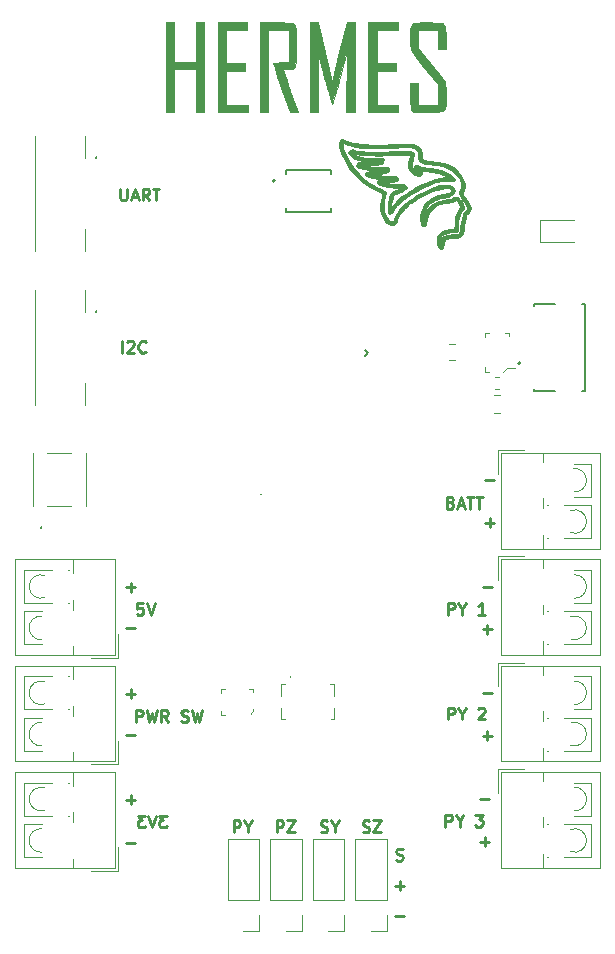
<source format=gbr>
G04 #@! TF.GenerationSoftware,KiCad,Pcbnew,(5.1.9)-1*
G04 #@! TF.CreationDate,2021-01-07T21:38:48-08:00*
G04 #@! TF.ProjectId,Hermes,4865726d-6573-42e6-9b69-6361645f7063,rev?*
G04 #@! TF.SameCoordinates,Original*
G04 #@! TF.FileFunction,Legend,Top*
G04 #@! TF.FilePolarity,Positive*
%FSLAX46Y46*%
G04 Gerber Fmt 4.6, Leading zero omitted, Abs format (unit mm)*
G04 Created by KiCad (PCBNEW (5.1.9)-1) date 2021-01-07 21:38:48*
%MOMM*%
%LPD*%
G01*
G04 APERTURE LIST*
%ADD10C,0.250000*%
%ADD11C,0.010000*%
%ADD12C,0.300000*%
%ADD13C,0.152400*%
%ADD14C,0.071590*%
%ADD15C,0.100000*%
%ADD16C,0.200000*%
%ADD17C,0.120000*%
%ADD18C,0.127000*%
G04 APERTURE END LIST*
D10*
X29273809Y-50452380D02*
X29273809Y-49452380D01*
X29702380Y-49547619D02*
X29750000Y-49500000D01*
X29845238Y-49452380D01*
X30083333Y-49452380D01*
X30178571Y-49500000D01*
X30226190Y-49547619D01*
X30273809Y-49642857D01*
X30273809Y-49738095D01*
X30226190Y-49880952D01*
X29654761Y-50452380D01*
X30273809Y-50452380D01*
X31273809Y-50357142D02*
X31226190Y-50404761D01*
X31083333Y-50452380D01*
X30988095Y-50452380D01*
X30845238Y-50404761D01*
X30750000Y-50309523D01*
X30702380Y-50214285D01*
X30654761Y-50023809D01*
X30654761Y-49880952D01*
X30702380Y-49690476D01*
X30750000Y-49595238D01*
X30845238Y-49500000D01*
X30988095Y-49452380D01*
X31083333Y-49452380D01*
X31226190Y-49500000D01*
X31273809Y-49547619D01*
X29104761Y-36552380D02*
X29104761Y-37361904D01*
X29152380Y-37457142D01*
X29200000Y-37504761D01*
X29295238Y-37552380D01*
X29485714Y-37552380D01*
X29580952Y-37504761D01*
X29628571Y-37457142D01*
X29676190Y-37361904D01*
X29676190Y-36552380D01*
X30104761Y-37266666D02*
X30580952Y-37266666D01*
X30009523Y-37552380D02*
X30342857Y-36552380D01*
X30676190Y-37552380D01*
X31580952Y-37552380D02*
X31247619Y-37076190D01*
X31009523Y-37552380D02*
X31009523Y-36552380D01*
X31390476Y-36552380D01*
X31485714Y-36600000D01*
X31533333Y-36647619D01*
X31580952Y-36742857D01*
X31580952Y-36885714D01*
X31533333Y-36980952D01*
X31485714Y-37028571D01*
X31390476Y-37076190D01*
X31009523Y-37076190D01*
X31866666Y-36552380D02*
X32438095Y-36552380D01*
X32152380Y-37552380D02*
X32152380Y-36552380D01*
X57080952Y-63128571D02*
X57223809Y-63176190D01*
X57271428Y-63223809D01*
X57319047Y-63319047D01*
X57319047Y-63461904D01*
X57271428Y-63557142D01*
X57223809Y-63604761D01*
X57128571Y-63652380D01*
X56747619Y-63652380D01*
X56747619Y-62652380D01*
X57080952Y-62652380D01*
X57176190Y-62700000D01*
X57223809Y-62747619D01*
X57271428Y-62842857D01*
X57271428Y-62938095D01*
X57223809Y-63033333D01*
X57176190Y-63080952D01*
X57080952Y-63128571D01*
X56747619Y-63128571D01*
X57700000Y-63366666D02*
X58176190Y-63366666D01*
X57604761Y-63652380D02*
X57938095Y-62652380D01*
X58271428Y-63652380D01*
X58461904Y-62652380D02*
X59033333Y-62652380D01*
X58747619Y-63652380D02*
X58747619Y-62652380D01*
X59223809Y-62652380D02*
X59795238Y-62652380D01*
X59509523Y-63652380D02*
X59509523Y-62652380D01*
X60019047Y-61271428D02*
X60780952Y-61271428D01*
X60780952Y-64871428D02*
X60019047Y-64871428D01*
X60400000Y-65252380D02*
X60400000Y-64490476D01*
X59819047Y-70271428D02*
X60580952Y-70271428D01*
X56852380Y-72627380D02*
X56852380Y-71627380D01*
X57233333Y-71627380D01*
X57328571Y-71675000D01*
X57376190Y-71722619D01*
X57423809Y-71817857D01*
X57423809Y-71960714D01*
X57376190Y-72055952D01*
X57328571Y-72103571D01*
X57233333Y-72151190D01*
X56852380Y-72151190D01*
X58042857Y-72151190D02*
X58042857Y-72627380D01*
X57709523Y-71627380D02*
X58042857Y-72151190D01*
X58376190Y-71627380D01*
X59995238Y-72627380D02*
X59423809Y-72627380D01*
X59709523Y-72627380D02*
X59709523Y-71627380D01*
X59614285Y-71770238D01*
X59519047Y-71865476D01*
X59423809Y-71913095D01*
X60580952Y-73871428D02*
X59819047Y-73871428D01*
X60200000Y-74252380D02*
X60200000Y-73490476D01*
X59819047Y-79271428D02*
X60580952Y-79271428D01*
X60580952Y-82871428D02*
X59819047Y-82871428D01*
X60200000Y-83252380D02*
X60200000Y-82490476D01*
X56852380Y-81502380D02*
X56852380Y-80502380D01*
X57233333Y-80502380D01*
X57328571Y-80550000D01*
X57376190Y-80597619D01*
X57423809Y-80692857D01*
X57423809Y-80835714D01*
X57376190Y-80930952D01*
X57328571Y-80978571D01*
X57233333Y-81026190D01*
X56852380Y-81026190D01*
X58042857Y-81026190D02*
X58042857Y-81502380D01*
X57709523Y-80502380D02*
X58042857Y-81026190D01*
X58376190Y-80502380D01*
X59423809Y-80597619D02*
X59471428Y-80550000D01*
X59566666Y-80502380D01*
X59804761Y-80502380D01*
X59900000Y-80550000D01*
X59947619Y-80597619D01*
X59995238Y-80692857D01*
X59995238Y-80788095D01*
X59947619Y-80930952D01*
X59376190Y-81502380D01*
X59995238Y-81502380D01*
X56652380Y-90577380D02*
X56652380Y-89577380D01*
X57033333Y-89577380D01*
X57128571Y-89625000D01*
X57176190Y-89672619D01*
X57223809Y-89767857D01*
X57223809Y-89910714D01*
X57176190Y-90005952D01*
X57128571Y-90053571D01*
X57033333Y-90101190D01*
X56652380Y-90101190D01*
X57842857Y-90101190D02*
X57842857Y-90577380D01*
X57509523Y-89577380D02*
X57842857Y-90101190D01*
X58176190Y-89577380D01*
X59176190Y-89577380D02*
X59795238Y-89577380D01*
X59461904Y-89958333D01*
X59604761Y-89958333D01*
X59700000Y-90005952D01*
X59747619Y-90053571D01*
X59795238Y-90148809D01*
X59795238Y-90386904D01*
X59747619Y-90482142D01*
X59700000Y-90529761D01*
X59604761Y-90577380D01*
X59319047Y-90577380D01*
X59223809Y-90529761D01*
X59176190Y-90482142D01*
X60380952Y-91871428D02*
X59619047Y-91871428D01*
X60000000Y-92252380D02*
X60000000Y-91490476D01*
X59619047Y-88271428D02*
X60380952Y-88271428D01*
X52419047Y-98147619D02*
X53180952Y-98147619D01*
X52419047Y-95571428D02*
X53180952Y-95571428D01*
X52800000Y-95952380D02*
X52800000Y-95190476D01*
X52464285Y-93404761D02*
X52607142Y-93452380D01*
X52845238Y-93452380D01*
X52940476Y-93404761D01*
X52988095Y-93357142D01*
X53035714Y-93261904D01*
X53035714Y-93166666D01*
X52988095Y-93071428D01*
X52940476Y-93023809D01*
X52845238Y-92976190D01*
X52654761Y-92928571D01*
X52559523Y-92880952D01*
X52511904Y-92833333D01*
X52464285Y-92738095D01*
X52464285Y-92642857D01*
X52511904Y-92547619D01*
X52559523Y-92500000D01*
X52654761Y-92452380D01*
X52892857Y-92452380D01*
X53035714Y-92500000D01*
X49638095Y-91004761D02*
X49780952Y-91052380D01*
X50019047Y-91052380D01*
X50114285Y-91004761D01*
X50161904Y-90957142D01*
X50209523Y-90861904D01*
X50209523Y-90766666D01*
X50161904Y-90671428D01*
X50114285Y-90623809D01*
X50019047Y-90576190D01*
X49828571Y-90528571D01*
X49733333Y-90480952D01*
X49685714Y-90433333D01*
X49638095Y-90338095D01*
X49638095Y-90242857D01*
X49685714Y-90147619D01*
X49733333Y-90100000D01*
X49828571Y-90052380D01*
X50066666Y-90052380D01*
X50209523Y-90100000D01*
X50542857Y-90052380D02*
X51209523Y-90052380D01*
X50542857Y-91052380D01*
X51209523Y-91052380D01*
X46085714Y-91004761D02*
X46228571Y-91052380D01*
X46466666Y-91052380D01*
X46561904Y-91004761D01*
X46609523Y-90957142D01*
X46657142Y-90861904D01*
X46657142Y-90766666D01*
X46609523Y-90671428D01*
X46561904Y-90623809D01*
X46466666Y-90576190D01*
X46276190Y-90528571D01*
X46180952Y-90480952D01*
X46133333Y-90433333D01*
X46085714Y-90338095D01*
X46085714Y-90242857D01*
X46133333Y-90147619D01*
X46180952Y-90100000D01*
X46276190Y-90052380D01*
X46514285Y-90052380D01*
X46657142Y-90100000D01*
X47276190Y-90576190D02*
X47276190Y-91052380D01*
X46942857Y-90052380D02*
X47276190Y-90576190D01*
X47609523Y-90052380D01*
X42361904Y-91052380D02*
X42361904Y-90052380D01*
X42742857Y-90052380D01*
X42838095Y-90100000D01*
X42885714Y-90147619D01*
X42933333Y-90242857D01*
X42933333Y-90385714D01*
X42885714Y-90480952D01*
X42838095Y-90528571D01*
X42742857Y-90576190D01*
X42361904Y-90576190D01*
X43266666Y-90052380D02*
X43933333Y-90052380D01*
X43266666Y-91052380D01*
X43933333Y-91052380D01*
X38709523Y-91052380D02*
X38709523Y-90052380D01*
X39090476Y-90052380D01*
X39185714Y-90100000D01*
X39233333Y-90147619D01*
X39280952Y-90242857D01*
X39280952Y-90385714D01*
X39233333Y-90480952D01*
X39185714Y-90528571D01*
X39090476Y-90576190D01*
X38709523Y-90576190D01*
X39900000Y-90576190D02*
X39900000Y-91052380D01*
X39566666Y-90052380D02*
X39900000Y-90576190D01*
X40233333Y-90052380D01*
X33038095Y-89652380D02*
X32419047Y-89652380D01*
X32752380Y-90033333D01*
X32609523Y-90033333D01*
X32514285Y-90080952D01*
X32466666Y-90128571D01*
X32419047Y-90223809D01*
X32419047Y-90461904D01*
X32466666Y-90557142D01*
X32514285Y-90604761D01*
X32609523Y-90652380D01*
X32895238Y-90652380D01*
X32990476Y-90604761D01*
X33038095Y-90557142D01*
X32133333Y-89652380D02*
X31800000Y-90652380D01*
X31466666Y-89652380D01*
X31228571Y-89652380D02*
X30609523Y-89652380D01*
X30942857Y-90033333D01*
X30800000Y-90033333D01*
X30704761Y-90080952D01*
X30657142Y-90128571D01*
X30609523Y-90223809D01*
X30609523Y-90461904D01*
X30657142Y-90557142D01*
X30704761Y-90604761D01*
X30800000Y-90652380D01*
X31085714Y-90652380D01*
X31180952Y-90604761D01*
X31228571Y-90557142D01*
X29619047Y-91952380D02*
X30380952Y-91952380D01*
X30380952Y-88321428D02*
X29619047Y-88321428D01*
X30000000Y-88702380D02*
X30000000Y-87940476D01*
X30438095Y-81702380D02*
X30438095Y-80702380D01*
X30819047Y-80702380D01*
X30914285Y-80750000D01*
X30961904Y-80797619D01*
X31009523Y-80892857D01*
X31009523Y-81035714D01*
X30961904Y-81130952D01*
X30914285Y-81178571D01*
X30819047Y-81226190D01*
X30438095Y-81226190D01*
X31342857Y-80702380D02*
X31580952Y-81702380D01*
X31771428Y-80988095D01*
X31961904Y-81702380D01*
X32200000Y-80702380D01*
X33152380Y-81702380D02*
X32819047Y-81226190D01*
X32580952Y-81702380D02*
X32580952Y-80702380D01*
X32961904Y-80702380D01*
X33057142Y-80750000D01*
X33104761Y-80797619D01*
X33152380Y-80892857D01*
X33152380Y-81035714D01*
X33104761Y-81130952D01*
X33057142Y-81178571D01*
X32961904Y-81226190D01*
X32580952Y-81226190D01*
X34295238Y-81654761D02*
X34438095Y-81702380D01*
X34676190Y-81702380D01*
X34771428Y-81654761D01*
X34819047Y-81607142D01*
X34866666Y-81511904D01*
X34866666Y-81416666D01*
X34819047Y-81321428D01*
X34771428Y-81273809D01*
X34676190Y-81226190D01*
X34485714Y-81178571D01*
X34390476Y-81130952D01*
X34342857Y-81083333D01*
X34295238Y-80988095D01*
X34295238Y-80892857D01*
X34342857Y-80797619D01*
X34390476Y-80750000D01*
X34485714Y-80702380D01*
X34723809Y-80702380D01*
X34866666Y-80750000D01*
X35200000Y-80702380D02*
X35438095Y-81702380D01*
X35628571Y-80988095D01*
X35819047Y-81702380D01*
X36057142Y-80702380D01*
X29619047Y-82852380D02*
X30380952Y-82852380D01*
X30380952Y-79321428D02*
X29619047Y-79321428D01*
X30000000Y-79702380D02*
X30000000Y-78940476D01*
X31028571Y-71652380D02*
X30552380Y-71652380D01*
X30504761Y-72128571D01*
X30552380Y-72080952D01*
X30647619Y-72033333D01*
X30885714Y-72033333D01*
X30980952Y-72080952D01*
X31028571Y-72128571D01*
X31076190Y-72223809D01*
X31076190Y-72461904D01*
X31028571Y-72557142D01*
X30980952Y-72604761D01*
X30885714Y-72652380D01*
X30647619Y-72652380D01*
X30552380Y-72604761D01*
X30504761Y-72557142D01*
X31361904Y-71652380D02*
X31695238Y-72652380D01*
X32028571Y-71652380D01*
X30380952Y-73797619D02*
X29619047Y-73797619D01*
X30380952Y-70321428D02*
X29619047Y-70321428D01*
X30000000Y-70702380D02*
X30000000Y-69940476D01*
D11*
G04 #@! TO.C,G\u002A\u002A\u002A*
G36*
X55320897Y-22493802D02*
G01*
X55681294Y-22503701D01*
X56001392Y-22520551D01*
X56252099Y-22544044D01*
X56404326Y-22573870D01*
X56429216Y-22585945D01*
X56533325Y-22696105D01*
X56607380Y-22857468D01*
X56655527Y-23091053D01*
X56681915Y-23417878D01*
X56690692Y-23858964D01*
X56690761Y-23911287D01*
X56690761Y-24769565D01*
X56000544Y-24769565D01*
X56000544Y-23113043D01*
X54344022Y-23113043D01*
X54344022Y-24687527D01*
X55446206Y-26009361D01*
X55862976Y-26516962D01*
X56190831Y-26933309D01*
X56428053Y-27256094D01*
X56572923Y-27483004D01*
X56619191Y-27586114D01*
X56651555Y-27780077D01*
X56673785Y-28068334D01*
X56685897Y-28414798D01*
X56687906Y-28783385D01*
X56679827Y-29138010D01*
X56661674Y-29442586D01*
X56633463Y-29661028D01*
X56618304Y-29719317D01*
X56512725Y-29893554D01*
X56373480Y-30005704D01*
X56253057Y-30029538D01*
X56024891Y-30049317D01*
X55719235Y-30064636D01*
X55366341Y-30075093D01*
X54996462Y-30080286D01*
X54639849Y-30079810D01*
X54326755Y-30073263D01*
X54087434Y-30060243D01*
X53952136Y-30040345D01*
X53945695Y-30038043D01*
X53837653Y-29961789D01*
X53757929Y-29821343D01*
X53703192Y-29600337D01*
X53670112Y-29282401D01*
X53655357Y-28851166D01*
X53653804Y-28603699D01*
X53653804Y-27599456D01*
X54344022Y-27599456D01*
X54344022Y-29463043D01*
X56000544Y-29463043D01*
X56000544Y-27697893D01*
X54923300Y-26396985D01*
X54617403Y-26022989D01*
X54337206Y-25671733D01*
X54096320Y-25360979D01*
X53908357Y-25108485D01*
X53786928Y-24932012D01*
X53749930Y-24866017D01*
X53706130Y-24683674D01*
X53675262Y-24402233D01*
X53657704Y-24060069D01*
X53653831Y-23695555D01*
X53664022Y-23347065D01*
X53688652Y-23052973D01*
X53728100Y-22851652D01*
X53730086Y-22845799D01*
X53819743Y-22673256D01*
X53930140Y-22560770D01*
X53932614Y-22559412D01*
X54058141Y-22529913D01*
X54288823Y-22508912D01*
X54595571Y-22496099D01*
X54949293Y-22491165D01*
X55320897Y-22493802D01*
G37*
X55320897Y-22493802D02*
X55681294Y-22503701D01*
X56001392Y-22520551D01*
X56252099Y-22544044D01*
X56404326Y-22573870D01*
X56429216Y-22585945D01*
X56533325Y-22696105D01*
X56607380Y-22857468D01*
X56655527Y-23091053D01*
X56681915Y-23417878D01*
X56690692Y-23858964D01*
X56690761Y-23911287D01*
X56690761Y-24769565D01*
X56000544Y-24769565D01*
X56000544Y-23113043D01*
X54344022Y-23113043D01*
X54344022Y-24687527D01*
X55446206Y-26009361D01*
X55862976Y-26516962D01*
X56190831Y-26933309D01*
X56428053Y-27256094D01*
X56572923Y-27483004D01*
X56619191Y-27586114D01*
X56651555Y-27780077D01*
X56673785Y-28068334D01*
X56685897Y-28414798D01*
X56687906Y-28783385D01*
X56679827Y-29138010D01*
X56661674Y-29442586D01*
X56633463Y-29661028D01*
X56618304Y-29719317D01*
X56512725Y-29893554D01*
X56373480Y-30005704D01*
X56253057Y-30029538D01*
X56024891Y-30049317D01*
X55719235Y-30064636D01*
X55366341Y-30075093D01*
X54996462Y-30080286D01*
X54639849Y-30079810D01*
X54326755Y-30073263D01*
X54087434Y-30060243D01*
X53952136Y-30040345D01*
X53945695Y-30038043D01*
X53837653Y-29961789D01*
X53757929Y-29821343D01*
X53703192Y-29600337D01*
X53670112Y-29282401D01*
X53655357Y-28851166D01*
X53653804Y-28603699D01*
X53653804Y-27599456D01*
X54344022Y-27599456D01*
X54344022Y-29463043D01*
X56000544Y-29463043D01*
X56000544Y-27697893D01*
X54923300Y-26396985D01*
X54617403Y-26022989D01*
X54337206Y-25671733D01*
X54096320Y-25360979D01*
X53908357Y-25108485D01*
X53786928Y-24932012D01*
X53749930Y-24866017D01*
X53706130Y-24683674D01*
X53675262Y-24402233D01*
X53657704Y-24060069D01*
X53653831Y-23695555D01*
X53664022Y-23347065D01*
X53688652Y-23052973D01*
X53728100Y-22851652D01*
X53730086Y-22845799D01*
X53819743Y-22673256D01*
X53930140Y-22560770D01*
X53932614Y-22559412D01*
X54058141Y-22529913D01*
X54288823Y-22508912D01*
X54595571Y-22496099D01*
X54949293Y-22491165D01*
X55320897Y-22493802D01*
G36*
X52618478Y-23113043D02*
G01*
X50823913Y-23113043D01*
X50823913Y-25942935D01*
X52480435Y-25942935D01*
X52480435Y-26564130D01*
X50823913Y-26564130D01*
X50823913Y-29463043D01*
X52618478Y-29463043D01*
X52618478Y-30084239D01*
X50133696Y-30084239D01*
X50133696Y-22491848D01*
X52618478Y-22491848D01*
X52618478Y-23113043D01*
G37*
X52618478Y-23113043D02*
X50823913Y-23113043D01*
X50823913Y-25942935D01*
X52480435Y-25942935D01*
X52480435Y-26564130D01*
X50823913Y-26564130D01*
X50823913Y-29463043D01*
X52618478Y-29463043D01*
X52618478Y-30084239D01*
X50133696Y-30084239D01*
X50133696Y-22491848D01*
X52618478Y-22491848D01*
X52618478Y-23113043D01*
G36*
X47050817Y-27495924D02*
G01*
X47676764Y-24993886D01*
X48302710Y-22491848D01*
X48960326Y-22491848D01*
X48960326Y-30084239D01*
X48272817Y-30084239D01*
X48336979Y-24942119D01*
X47935285Y-26394377D01*
X47801091Y-26881878D01*
X47664855Y-27380950D01*
X47536123Y-27856330D01*
X47424440Y-28272752D01*
X47339352Y-28594953D01*
X47332753Y-28620328D01*
X47248144Y-28924611D01*
X47168488Y-29172587D01*
X47103029Y-29337792D01*
X47062561Y-29393966D01*
X47028889Y-29329724D01*
X46965364Y-29147442D01*
X46876623Y-28862748D01*
X46767302Y-28491267D01*
X46642037Y-28048626D01*
X46505464Y-27550452D01*
X46412364Y-27202526D01*
X46272803Y-26676298D01*
X46144935Y-26194750D01*
X46032941Y-25773580D01*
X45941001Y-25428484D01*
X45873296Y-25175161D01*
X45834007Y-25029306D01*
X45825679Y-24999552D01*
X45824907Y-25063344D01*
X45825258Y-25250059D01*
X45826641Y-25544582D01*
X45828966Y-25931796D01*
X45832140Y-26396586D01*
X45836074Y-26923836D01*
X45840674Y-27498432D01*
X45840986Y-27536101D01*
X45862136Y-30084239D01*
X45164131Y-30084239D01*
X45164131Y-22491848D01*
X45820703Y-22491848D01*
X47050817Y-27495924D01*
G37*
X47050817Y-27495924D02*
X47676764Y-24993886D01*
X48302710Y-22491848D01*
X48960326Y-22491848D01*
X48960326Y-30084239D01*
X48272817Y-30084239D01*
X48336979Y-24942119D01*
X47935285Y-26394377D01*
X47801091Y-26881878D01*
X47664855Y-27380950D01*
X47536123Y-27856330D01*
X47424440Y-28272752D01*
X47339352Y-28594953D01*
X47332753Y-28620328D01*
X47248144Y-28924611D01*
X47168488Y-29172587D01*
X47103029Y-29337792D01*
X47062561Y-29393966D01*
X47028889Y-29329724D01*
X46965364Y-29147442D01*
X46876623Y-28862748D01*
X46767302Y-28491267D01*
X46642037Y-28048626D01*
X46505464Y-27550452D01*
X46412364Y-27202526D01*
X46272803Y-26676298D01*
X46144935Y-26194750D01*
X46032941Y-25773580D01*
X45941001Y-25428484D01*
X45873296Y-25175161D01*
X45834007Y-25029306D01*
X45825679Y-24999552D01*
X45824907Y-25063344D01*
X45825258Y-25250059D01*
X45826641Y-25544582D01*
X45828966Y-25931796D01*
X45832140Y-26396586D01*
X45836074Y-26923836D01*
X45840674Y-27498432D01*
X45840986Y-27536101D01*
X45862136Y-30084239D01*
X45164131Y-30084239D01*
X45164131Y-22491848D01*
X45820703Y-22491848D01*
X47050817Y-27495924D01*
G36*
X42778836Y-22494667D02*
G01*
X43168166Y-22504833D01*
X43455955Y-22524906D01*
X43660411Y-22557449D01*
X43799745Y-22605022D01*
X43892165Y-22670188D01*
X43937938Y-22726501D01*
X43952112Y-22814214D01*
X43964846Y-23020051D01*
X43975550Y-23324097D01*
X43983637Y-23706434D01*
X43988515Y-24147147D01*
X43989704Y-24476223D01*
X43989571Y-25045193D01*
X43984836Y-25491110D01*
X43970203Y-25828963D01*
X43940373Y-26073741D01*
X43890049Y-26240433D01*
X43813933Y-26344027D01*
X43706727Y-26399513D01*
X43563135Y-26421879D01*
X43377857Y-26426114D01*
X43300544Y-26426087D01*
X43082084Y-26429617D01*
X42932019Y-26438793D01*
X42886413Y-26449395D01*
X42908749Y-26517846D01*
X42971801Y-26699440D01*
X43069638Y-26977395D01*
X43196330Y-27334931D01*
X43345945Y-27755266D01*
X43512553Y-28221621D01*
X43532901Y-28278471D01*
X44179390Y-30084239D01*
X43464411Y-30084239D01*
X42756761Y-28048822D01*
X42583739Y-27545170D01*
X42428761Y-27082441D01*
X42296969Y-26676922D01*
X42193504Y-26344898D01*
X42123506Y-26102655D01*
X42092116Y-25966478D01*
X42092216Y-25943659D01*
X42176471Y-25912440D01*
X42365366Y-25888500D01*
X42625546Y-25875363D01*
X42752443Y-25873913D01*
X43369565Y-25873913D01*
X43369565Y-23113043D01*
X41644022Y-23113043D01*
X41644022Y-30084239D01*
X40953804Y-30084239D01*
X40953804Y-22491848D01*
X42269755Y-22491848D01*
X42778836Y-22494667D01*
G37*
X42778836Y-22494667D02*
X43168166Y-22504833D01*
X43455955Y-22524906D01*
X43660411Y-22557449D01*
X43799745Y-22605022D01*
X43892165Y-22670188D01*
X43937938Y-22726501D01*
X43952112Y-22814214D01*
X43964846Y-23020051D01*
X43975550Y-23324097D01*
X43983637Y-23706434D01*
X43988515Y-24147147D01*
X43989704Y-24476223D01*
X43989571Y-25045193D01*
X43984836Y-25491110D01*
X43970203Y-25828963D01*
X43940373Y-26073741D01*
X43890049Y-26240433D01*
X43813933Y-26344027D01*
X43706727Y-26399513D01*
X43563135Y-26421879D01*
X43377857Y-26426114D01*
X43300544Y-26426087D01*
X43082084Y-26429617D01*
X42932019Y-26438793D01*
X42886413Y-26449395D01*
X42908749Y-26517846D01*
X42971801Y-26699440D01*
X43069638Y-26977395D01*
X43196330Y-27334931D01*
X43345945Y-27755266D01*
X43512553Y-28221621D01*
X43532901Y-28278471D01*
X44179390Y-30084239D01*
X43464411Y-30084239D01*
X42756761Y-28048822D01*
X42583739Y-27545170D01*
X42428761Y-27082441D01*
X42296969Y-26676922D01*
X42193504Y-26344898D01*
X42123506Y-26102655D01*
X42092116Y-25966478D01*
X42092216Y-25943659D01*
X42176471Y-25912440D01*
X42365366Y-25888500D01*
X42625546Y-25875363D01*
X42752443Y-25873913D01*
X43369565Y-25873913D01*
X43369565Y-23113043D01*
X41644022Y-23113043D01*
X41644022Y-30084239D01*
X40953804Y-30084239D01*
X40953804Y-22491848D01*
X42269755Y-22491848D01*
X42778836Y-22494667D01*
G36*
X39849457Y-23113043D02*
G01*
X38052033Y-23113043D01*
X38070718Y-24510734D01*
X38089402Y-25908424D01*
X38900408Y-25927870D01*
X39711413Y-25947316D01*
X39711413Y-26564130D01*
X38054891Y-26564130D01*
X38054891Y-29463043D01*
X39918478Y-29463043D01*
X39918478Y-30084239D01*
X37364674Y-30084239D01*
X37364674Y-22491848D01*
X39849457Y-22491848D01*
X39849457Y-23113043D01*
G37*
X39849457Y-23113043D02*
X38052033Y-23113043D01*
X38070718Y-24510734D01*
X38089402Y-25908424D01*
X38900408Y-25927870D01*
X39711413Y-25947316D01*
X39711413Y-26564130D01*
X38054891Y-26564130D01*
X38054891Y-29463043D01*
X39918478Y-29463043D01*
X39918478Y-30084239D01*
X37364674Y-30084239D01*
X37364674Y-22491848D01*
X39849457Y-22491848D01*
X39849457Y-23113043D01*
G36*
X33706522Y-25804891D02*
G01*
X35501087Y-25804891D01*
X35501087Y-22491848D01*
X36191304Y-22491848D01*
X36191304Y-30084239D01*
X35501087Y-30084239D01*
X35501087Y-26426087D01*
X33706522Y-26426087D01*
X33706522Y-30084239D01*
X33016304Y-30084239D01*
X33016304Y-22491848D01*
X33706522Y-22491848D01*
X33706522Y-25804891D01*
G37*
X33706522Y-25804891D02*
X35501087Y-25804891D01*
X35501087Y-22491848D01*
X36191304Y-22491848D01*
X36191304Y-30084239D01*
X35501087Y-30084239D01*
X35501087Y-26426087D01*
X33706522Y-26426087D01*
X33706522Y-30084239D01*
X33016304Y-30084239D01*
X33016304Y-22491848D01*
X33706522Y-22491848D01*
X33706522Y-25804891D01*
D12*
G36*
X48583533Y-33548253D02*
G01*
X48651612Y-33613313D01*
X48668811Y-33632403D01*
X48836258Y-33790323D01*
X49036521Y-33914341D01*
X49281647Y-34007778D01*
X49583683Y-34073956D01*
X49954675Y-34116196D01*
X50406670Y-34137818D01*
X50510079Y-34139999D01*
X50781236Y-34145871D01*
X51016884Y-34153186D01*
X51200675Y-34161256D01*
X51316259Y-34169397D01*
X51348410Y-34175191D01*
X51315328Y-34185723D01*
X51203888Y-34192906D01*
X51032616Y-34196933D01*
X50820035Y-34198000D01*
X50584669Y-34196300D01*
X50345044Y-34192029D01*
X50119683Y-34185380D01*
X49927112Y-34176548D01*
X49785853Y-34165726D01*
X49732841Y-34158241D01*
X49336068Y-34063819D01*
X49030691Y-33958544D01*
X48811558Y-33840348D01*
X48703405Y-33745078D01*
X48614910Y-33637152D01*
X48561971Y-33558774D01*
X48555158Y-33539821D01*
X48583533Y-33548253D01*
G37*
X48583533Y-33548253D02*
X48651612Y-33613313D01*
X48668811Y-33632403D01*
X48836258Y-33790323D01*
X49036521Y-33914341D01*
X49281647Y-34007778D01*
X49583683Y-34073956D01*
X49954675Y-34116196D01*
X50406670Y-34137818D01*
X50510079Y-34139999D01*
X50781236Y-34145871D01*
X51016884Y-34153186D01*
X51200675Y-34161256D01*
X51316259Y-34169397D01*
X51348410Y-34175191D01*
X51315328Y-34185723D01*
X51203888Y-34192906D01*
X51032616Y-34196933D01*
X50820035Y-34198000D01*
X50584669Y-34196300D01*
X50345044Y-34192029D01*
X50119683Y-34185380D01*
X49927112Y-34176548D01*
X49785853Y-34165726D01*
X49732841Y-34158241D01*
X49336068Y-34063819D01*
X49030691Y-33958544D01*
X48811558Y-33840348D01*
X48703405Y-33745078D01*
X48614910Y-33637152D01*
X48561971Y-33558774D01*
X48555158Y-33539821D01*
X48583533Y-33548253D01*
G36*
X51312465Y-34302404D02*
G01*
X51319500Y-34337382D01*
X51243345Y-34375067D01*
X51097624Y-34413175D01*
X50895965Y-34449422D01*
X50651995Y-34481526D01*
X50379339Y-34507203D01*
X50091625Y-34524169D01*
X49964711Y-34528263D01*
X49720316Y-34532120D01*
X49517506Y-34531673D01*
X49372407Y-34527252D01*
X49301146Y-34519183D01*
X49297217Y-34514678D01*
X49354140Y-34503114D01*
X49489457Y-34492202D01*
X49684616Y-34482989D01*
X49921066Y-34476524D01*
X49994720Y-34475312D01*
X50372229Y-34461547D01*
X50695821Y-34432635D01*
X50953570Y-34390309D01*
X51133550Y-34336300D01*
X51197046Y-34300739D01*
X51277044Y-34288262D01*
X51312465Y-34302404D01*
G37*
X51312465Y-34302404D02*
X51319500Y-34337382D01*
X51243345Y-34375067D01*
X51097624Y-34413175D01*
X50895965Y-34449422D01*
X50651995Y-34481526D01*
X50379339Y-34507203D01*
X50091625Y-34524169D01*
X49964711Y-34528263D01*
X49720316Y-34532120D01*
X49517506Y-34531673D01*
X49372407Y-34527252D01*
X49301146Y-34519183D01*
X49297217Y-34514678D01*
X49354140Y-34503114D01*
X49489457Y-34492202D01*
X49684616Y-34482989D01*
X49921066Y-34476524D01*
X49994720Y-34475312D01*
X50372229Y-34461547D01*
X50695821Y-34432635D01*
X50953570Y-34390309D01*
X51133550Y-34336300D01*
X51197046Y-34300739D01*
X51277044Y-34288262D01*
X51312465Y-34302404D01*
G36*
X49407618Y-34659163D02*
G01*
X49422543Y-34666649D01*
X49602099Y-34733182D01*
X49856239Y-34791897D01*
X50162767Y-34840691D01*
X50499490Y-34877464D01*
X50844212Y-34900114D01*
X51174740Y-34906539D01*
X51468878Y-34894638D01*
X51631679Y-34875821D01*
X51730857Y-34862313D01*
X51757018Y-34863696D01*
X51740744Y-34869444D01*
X51668960Y-34905298D01*
X51655696Y-34926551D01*
X51611039Y-34940243D01*
X51492893Y-34951739D01*
X51324703Y-34960470D01*
X51129913Y-34965867D01*
X50931967Y-34967359D01*
X50754309Y-34964377D01*
X50620385Y-34956351D01*
X50589504Y-34952455D01*
X50196673Y-34889926D01*
X49889671Y-34838542D01*
X49658338Y-34795841D01*
X49492516Y-34759360D01*
X49382046Y-34726637D01*
X49316770Y-34695210D01*
X49286529Y-34662618D01*
X49280725Y-34635249D01*
X49317526Y-34626170D01*
X49407618Y-34659163D01*
G37*
X49407618Y-34659163D02*
X49422543Y-34666649D01*
X49602099Y-34733182D01*
X49856239Y-34791897D01*
X50162767Y-34840691D01*
X50499490Y-34877464D01*
X50844212Y-34900114D01*
X51174740Y-34906539D01*
X51468878Y-34894638D01*
X51631679Y-34875821D01*
X51730857Y-34862313D01*
X51757018Y-34863696D01*
X51740744Y-34869444D01*
X51668960Y-34905298D01*
X51655696Y-34926551D01*
X51611039Y-34940243D01*
X51492893Y-34951739D01*
X51324703Y-34960470D01*
X51129913Y-34965867D01*
X50931967Y-34967359D01*
X50754309Y-34964377D01*
X50620385Y-34956351D01*
X50589504Y-34952455D01*
X50196673Y-34889926D01*
X49889671Y-34838542D01*
X49658338Y-34795841D01*
X49492516Y-34759360D01*
X49382046Y-34726637D01*
X49316770Y-34695210D01*
X49286529Y-34662618D01*
X49280725Y-34635249D01*
X49317526Y-34626170D01*
X49407618Y-34659163D01*
D11*
G36*
X54176527Y-35153244D02*
G01*
X54152290Y-35177481D01*
X54128053Y-35153244D01*
X54152290Y-35129008D01*
X54176527Y-35153244D01*
G37*
X54176527Y-35153244D02*
X54152290Y-35177481D01*
X54128053Y-35153244D01*
X54152290Y-35129008D01*
X54176527Y-35153244D01*
D12*
G36*
X51800030Y-34964507D02*
G01*
X51801336Y-34996553D01*
X51755655Y-35057756D01*
X51629761Y-35116962D01*
X51440378Y-35170796D01*
X51204230Y-35215882D01*
X50938040Y-35248846D01*
X50658534Y-35266313D01*
X50459035Y-35267412D01*
X50325730Y-35263698D01*
X50268159Y-35258922D01*
X50291388Y-35251819D01*
X50400481Y-35241129D01*
X50600505Y-35225587D01*
X50637977Y-35222810D01*
X51050954Y-35182956D01*
X51368594Y-35131345D01*
X51591816Y-35067787D01*
X51715725Y-34997566D01*
X51779798Y-34946756D01*
X51800030Y-34964507D01*
G37*
X51800030Y-34964507D02*
X51801336Y-34996553D01*
X51755655Y-35057756D01*
X51629761Y-35116962D01*
X51440378Y-35170796D01*
X51204230Y-35215882D01*
X50938040Y-35248846D01*
X50658534Y-35266313D01*
X50459035Y-35267412D01*
X50325730Y-35263698D01*
X50268159Y-35258922D01*
X50291388Y-35251819D01*
X50400481Y-35241129D01*
X50600505Y-35225587D01*
X50637977Y-35222810D01*
X51050954Y-35182956D01*
X51368594Y-35131345D01*
X51591816Y-35067787D01*
X51715725Y-34997566D01*
X51779798Y-34946756D01*
X51800030Y-34964507D01*
G36*
X48884431Y-33426897D02*
G01*
X48996430Y-33464311D01*
X49185322Y-33504480D01*
X49431228Y-33544300D01*
X49714272Y-33580667D01*
X50014576Y-33610478D01*
X50107037Y-33617826D01*
X50299039Y-33626127D01*
X50564743Y-33629183D01*
X50881057Y-33627170D01*
X51224889Y-33620267D01*
X51573146Y-33608649D01*
X51633945Y-33606096D01*
X52188989Y-33583542D01*
X52653235Y-33568208D01*
X53032568Y-33560126D01*
X53332869Y-33559330D01*
X53560023Y-33565850D01*
X53719910Y-33579720D01*
X53818416Y-33600972D01*
X53851768Y-33618300D01*
X53892176Y-33660548D01*
X53908861Y-33714791D01*
X53899555Y-33800536D01*
X53861990Y-33937289D01*
X53793897Y-34144556D01*
X53788831Y-34159542D01*
X53712519Y-34477445D01*
X53716625Y-34747754D01*
X53801522Y-34977572D01*
X53834582Y-35028365D01*
X54007786Y-35199471D01*
X54231142Y-35319432D01*
X54348936Y-35351795D01*
X54451675Y-35345945D01*
X54500081Y-35299714D01*
X54477116Y-35237663D01*
X54444466Y-35214102D01*
X54285757Y-35091705D01*
X54192933Y-34948269D01*
X54176527Y-34862405D01*
X54198004Y-34764623D01*
X54249602Y-34745245D01*
X54302339Y-34797184D01*
X54308052Y-34830354D01*
X54280963Y-34818560D01*
X54235596Y-34825498D01*
X54225000Y-34884848D01*
X54271810Y-34986488D01*
X54409331Y-35102215D01*
X54434298Y-35118456D01*
X54554702Y-35199138D01*
X54604144Y-35252025D01*
X54595446Y-35298085D01*
X54565665Y-35333272D01*
X54467766Y-35395166D01*
X54335208Y-35397791D01*
X54149529Y-35340596D01*
X54098273Y-35319310D01*
X53878146Y-35178190D01*
X53733144Y-34979408D01*
X53664856Y-34728480D01*
X53674873Y-34430922D01*
X53753566Y-34123734D01*
X53818806Y-33922231D01*
X53844091Y-33780570D01*
X53818816Y-33688392D01*
X53732376Y-33635337D01*
X53574167Y-33611047D01*
X53333582Y-33605162D01*
X53223103Y-33605565D01*
X53010049Y-33608857D01*
X52724789Y-33615998D01*
X52391954Y-33626222D01*
X52036173Y-33638765D01*
X51682079Y-33652863D01*
X51636180Y-33654824D01*
X50994280Y-33674371D01*
X50437869Y-33673418D01*
X49957596Y-33651553D01*
X49544107Y-33608365D01*
X49208015Y-33547970D01*
X49015138Y-33509477D01*
X48839735Y-33482441D01*
X48723282Y-33472866D01*
X48628241Y-33471053D01*
X48623358Y-33457971D01*
X48690538Y-33429056D01*
X48817559Y-33409761D01*
X48884431Y-33426897D01*
G37*
X48884431Y-33426897D02*
X48996430Y-33464311D01*
X49185322Y-33504480D01*
X49431228Y-33544300D01*
X49714272Y-33580667D01*
X50014576Y-33610478D01*
X50107037Y-33617826D01*
X50299039Y-33626127D01*
X50564743Y-33629183D01*
X50881057Y-33627170D01*
X51224889Y-33620267D01*
X51573146Y-33608649D01*
X51633945Y-33606096D01*
X52188989Y-33583542D01*
X52653235Y-33568208D01*
X53032568Y-33560126D01*
X53332869Y-33559330D01*
X53560023Y-33565850D01*
X53719910Y-33579720D01*
X53818416Y-33600972D01*
X53851768Y-33618300D01*
X53892176Y-33660548D01*
X53908861Y-33714791D01*
X53899555Y-33800536D01*
X53861990Y-33937289D01*
X53793897Y-34144556D01*
X53788831Y-34159542D01*
X53712519Y-34477445D01*
X53716625Y-34747754D01*
X53801522Y-34977572D01*
X53834582Y-35028365D01*
X54007786Y-35199471D01*
X54231142Y-35319432D01*
X54348936Y-35351795D01*
X54451675Y-35345945D01*
X54500081Y-35299714D01*
X54477116Y-35237663D01*
X54444466Y-35214102D01*
X54285757Y-35091705D01*
X54192933Y-34948269D01*
X54176527Y-34862405D01*
X54198004Y-34764623D01*
X54249602Y-34745245D01*
X54302339Y-34797184D01*
X54308052Y-34830354D01*
X54280963Y-34818560D01*
X54235596Y-34825498D01*
X54225000Y-34884848D01*
X54271810Y-34986488D01*
X54409331Y-35102215D01*
X54434298Y-35118456D01*
X54554702Y-35199138D01*
X54604144Y-35252025D01*
X54595446Y-35298085D01*
X54565665Y-35333272D01*
X54467766Y-35395166D01*
X54335208Y-35397791D01*
X54149529Y-35340596D01*
X54098273Y-35319310D01*
X53878146Y-35178190D01*
X53733144Y-34979408D01*
X53664856Y-34728480D01*
X53674873Y-34430922D01*
X53753566Y-34123734D01*
X53818806Y-33922231D01*
X53844091Y-33780570D01*
X53818816Y-33688392D01*
X53732376Y-33635337D01*
X53574167Y-33611047D01*
X53333582Y-33605162D01*
X53223103Y-33605565D01*
X53010049Y-33608857D01*
X52724789Y-33615998D01*
X52391954Y-33626222D01*
X52036173Y-33638765D01*
X51682079Y-33652863D01*
X51636180Y-33654824D01*
X50994280Y-33674371D01*
X50437869Y-33673418D01*
X49957596Y-33651553D01*
X49544107Y-33608365D01*
X49208015Y-33547970D01*
X49015138Y-33509477D01*
X48839735Y-33482441D01*
X48723282Y-33472866D01*
X48628241Y-33471053D01*
X48623358Y-33457971D01*
X48690538Y-33429056D01*
X48817559Y-33409761D01*
X48884431Y-33426897D01*
G36*
X54475927Y-34785433D02*
G01*
X54666265Y-34872356D01*
X54877675Y-34935085D01*
X55136086Y-34979674D01*
X55436832Y-35009817D01*
X55880963Y-35067608D01*
X56303393Y-35166050D01*
X56685415Y-35298696D01*
X57008326Y-35459100D01*
X57245190Y-35633073D01*
X57331773Y-35738777D01*
X57345558Y-35817683D01*
X57285255Y-35854431D01*
X57263838Y-35855365D01*
X57236468Y-35841088D01*
X57269236Y-35814580D01*
X57280602Y-35764294D01*
X57216464Y-35687740D01*
X57091828Y-35593399D01*
X56921694Y-35489752D01*
X56721067Y-35385280D01*
X56504948Y-35288464D01*
X56288342Y-35207785D01*
X56103340Y-35155514D01*
X55896732Y-35116485D01*
X55647596Y-35080818D01*
X55412595Y-35056480D01*
X55053457Y-35013661D01*
X54752478Y-34947021D01*
X54523612Y-34860299D01*
X54412544Y-34788582D01*
X54297710Y-34689878D01*
X54475927Y-34785433D01*
G37*
X54475927Y-34785433D02*
X54666265Y-34872356D01*
X54877675Y-34935085D01*
X55136086Y-34979674D01*
X55436832Y-35009817D01*
X55880963Y-35067608D01*
X56303393Y-35166050D01*
X56685415Y-35298696D01*
X57008326Y-35459100D01*
X57245190Y-35633073D01*
X57331773Y-35738777D01*
X57345558Y-35817683D01*
X57285255Y-35854431D01*
X57263838Y-35855365D01*
X57236468Y-35841088D01*
X57269236Y-35814580D01*
X57280602Y-35764294D01*
X57216464Y-35687740D01*
X57091828Y-35593399D01*
X56921694Y-35489752D01*
X56721067Y-35385280D01*
X56504948Y-35288464D01*
X56288342Y-35207785D01*
X56103340Y-35155514D01*
X55896732Y-35116485D01*
X55647596Y-35080818D01*
X55412595Y-35056480D01*
X55053457Y-35013661D01*
X54752478Y-34947021D01*
X54523612Y-34860299D01*
X54412544Y-34788582D01*
X54297710Y-34689878D01*
X54475927Y-34785433D01*
G36*
X50076572Y-35368085D02*
G01*
X50213773Y-35440815D01*
X50433280Y-35505994D01*
X50720585Y-35561213D01*
X51061183Y-35604062D01*
X51440569Y-35632131D01*
X51723615Y-35641732D01*
X52038631Y-35649555D01*
X52267092Y-35660983D01*
X52419354Y-35677004D01*
X52505774Y-35698605D01*
X52533524Y-35718921D01*
X52549921Y-35791558D01*
X52538535Y-35812756D01*
X52449340Y-35853706D01*
X52287025Y-35895069D01*
X52075300Y-35932525D01*
X51837875Y-35961754D01*
X51639107Y-35976630D01*
X51243893Y-35996449D01*
X51607443Y-35954881D01*
X51874533Y-35918809D01*
X52109853Y-35876631D01*
X52297731Y-35832134D01*
X52422491Y-35789103D01*
X52468458Y-35751326D01*
X52467848Y-35747055D01*
X52416837Y-35730939D01*
X52285817Y-35715616D01*
X52091722Y-35702371D01*
X51851488Y-35692493D01*
X51703043Y-35688910D01*
X51301615Y-35675552D01*
X50973329Y-35650282D01*
X50694867Y-35610879D01*
X50533757Y-35577622D01*
X50301046Y-35521358D01*
X50147770Y-35477544D01*
X50058268Y-35439776D01*
X50016881Y-35401651D01*
X50007824Y-35362578D01*
X50034073Y-35340635D01*
X50076572Y-35368085D01*
G37*
X50076572Y-35368085D02*
X50213773Y-35440815D01*
X50433280Y-35505994D01*
X50720585Y-35561213D01*
X51061183Y-35604062D01*
X51440569Y-35632131D01*
X51723615Y-35641732D01*
X52038631Y-35649555D01*
X52267092Y-35660983D01*
X52419354Y-35677004D01*
X52505774Y-35698605D01*
X52533524Y-35718921D01*
X52549921Y-35791558D01*
X52538535Y-35812756D01*
X52449340Y-35853706D01*
X52287025Y-35895069D01*
X52075300Y-35932525D01*
X51837875Y-35961754D01*
X51639107Y-35976630D01*
X51243893Y-35996449D01*
X51607443Y-35954881D01*
X51874533Y-35918809D01*
X52109853Y-35876631D01*
X52297731Y-35832134D01*
X52422491Y-35789103D01*
X52468458Y-35751326D01*
X52467848Y-35747055D01*
X52416837Y-35730939D01*
X52285817Y-35715616D01*
X52091722Y-35702371D01*
X51851488Y-35692493D01*
X51703043Y-35688910D01*
X51301615Y-35675552D01*
X50973329Y-35650282D01*
X50694867Y-35610879D01*
X50533757Y-35577622D01*
X50301046Y-35521358D01*
X50147770Y-35477544D01*
X50058268Y-35439776D01*
X50016881Y-35401651D01*
X50007824Y-35362578D01*
X50034073Y-35340635D01*
X50076572Y-35368085D01*
G36*
X51199674Y-35978913D02*
G01*
X51154161Y-36024116D01*
X51105224Y-36069438D01*
X51120545Y-36100052D01*
X51213478Y-36132064D01*
X51252512Y-36142741D01*
X51736048Y-36249579D01*
X52248010Y-36322166D01*
X52687103Y-36351249D01*
X52887508Y-36358314D01*
X53045530Y-36368559D01*
X53140377Y-36380371D01*
X53158337Y-36387821D01*
X53111896Y-36408008D01*
X52980722Y-36416122D01*
X52776270Y-36412190D01*
X52509998Y-36396239D01*
X52383015Y-36386007D01*
X52109210Y-36356332D01*
X51828412Y-36315411D01*
X51563589Y-36267609D01*
X51337709Y-36217292D01*
X51173741Y-36168823D01*
X51121413Y-36146252D01*
X51053067Y-36092784D01*
X51067881Y-36034009D01*
X51077042Y-36022383D01*
X51152693Y-35963825D01*
X51189237Y-35954595D01*
X51199674Y-35978913D01*
G37*
X51199674Y-35978913D02*
X51154161Y-36024116D01*
X51105224Y-36069438D01*
X51120545Y-36100052D01*
X51213478Y-36132064D01*
X51252512Y-36142741D01*
X51736048Y-36249579D01*
X52248010Y-36322166D01*
X52687103Y-36351249D01*
X52887508Y-36358314D01*
X53045530Y-36368559D01*
X53140377Y-36380371D01*
X53158337Y-36387821D01*
X53111896Y-36408008D01*
X52980722Y-36416122D01*
X52776270Y-36412190D01*
X52509998Y-36396239D01*
X52383015Y-36386007D01*
X52109210Y-36356332D01*
X51828412Y-36315411D01*
X51563589Y-36267609D01*
X51337709Y-36217292D01*
X51173741Y-36168823D01*
X51121413Y-36146252D01*
X51053067Y-36092784D01*
X51067881Y-36034009D01*
X51077042Y-36022383D01*
X51152693Y-35963825D01*
X51189237Y-35954595D01*
X51199674Y-35978913D01*
G36*
X53311137Y-36498141D02*
G01*
X53283475Y-36535146D01*
X53177746Y-36605609D01*
X53134351Y-36631679D01*
X52965384Y-36727215D01*
X52865011Y-36771236D01*
X52822495Y-36767951D01*
X52819275Y-36755137D01*
X52858502Y-36722517D01*
X52955997Y-36668714D01*
X52988931Y-36652667D01*
X53097565Y-36591093D01*
X53155585Y-36538676D01*
X53158588Y-36529210D01*
X53199681Y-36495994D01*
X53267653Y-36487086D01*
X53311137Y-36498141D01*
G37*
X53311137Y-36498141D02*
X53283475Y-36535146D01*
X53177746Y-36605609D01*
X53134351Y-36631679D01*
X52965384Y-36727215D01*
X52865011Y-36771236D01*
X52822495Y-36767951D01*
X52819275Y-36755137D01*
X52858502Y-36722517D01*
X52955997Y-36668714D01*
X52988931Y-36652667D01*
X53097565Y-36591093D01*
X53155585Y-36538676D01*
X53158588Y-36529210D01*
X53199681Y-36495994D01*
X53267653Y-36487086D01*
X53311137Y-36498141D01*
G36*
X56838433Y-36398400D02*
G01*
X57069848Y-36434432D01*
X57222010Y-36509020D01*
X57308161Y-36631677D01*
X57336917Y-36756522D01*
X57322857Y-36913929D01*
X57233736Y-37031789D01*
X57062030Y-37117231D01*
X56915267Y-37156108D01*
X56743466Y-37192600D01*
X56523680Y-37239263D01*
X56302761Y-37286148D01*
X56297591Y-37287245D01*
X56117541Y-37330028D01*
X55976912Y-37372012D01*
X55900689Y-37405499D01*
X55894825Y-37411302D01*
X55829628Y-37454744D01*
X55818897Y-37455725D01*
X55792255Y-37426032D01*
X55799603Y-37408511D01*
X55867909Y-37363120D01*
X56009297Y-37309591D01*
X56201025Y-37254502D01*
X56420351Y-37204429D01*
X56632396Y-37167664D01*
X56826647Y-37130206D01*
X57010196Y-37079071D01*
X57105010Y-37042423D01*
X57219980Y-36975811D01*
X57269029Y-36898204D01*
X57278817Y-36782027D01*
X57262136Y-36646555D01*
X57195857Y-36559517D01*
X57138036Y-36520947D01*
X56932563Y-36450788D01*
X56661962Y-36438420D01*
X56336440Y-36480619D01*
X55966208Y-36574161D01*
X55561476Y-36715824D01*
X55132453Y-36902384D01*
X54689348Y-37130617D01*
X54242371Y-37397300D01*
X54129197Y-37470939D01*
X53945420Y-37589958D01*
X53801930Y-37677675D01*
X53711237Y-37726860D01*
X53685847Y-37730286D01*
X53689565Y-37725014D01*
X53788214Y-37634437D01*
X53953179Y-37512890D01*
X54164296Y-37373214D01*
X54401398Y-37228250D01*
X54644321Y-37090839D01*
X54858076Y-36980940D01*
X55360896Y-36751287D01*
X55798239Y-36580733D01*
X56179314Y-36466570D01*
X56513332Y-36406087D01*
X56809503Y-36396577D01*
X56838433Y-36398400D01*
G37*
X56838433Y-36398400D02*
X57069848Y-36434432D01*
X57222010Y-36509020D01*
X57308161Y-36631677D01*
X57336917Y-36756522D01*
X57322857Y-36913929D01*
X57233736Y-37031789D01*
X57062030Y-37117231D01*
X56915267Y-37156108D01*
X56743466Y-37192600D01*
X56523680Y-37239263D01*
X56302761Y-37286148D01*
X56297591Y-37287245D01*
X56117541Y-37330028D01*
X55976912Y-37372012D01*
X55900689Y-37405499D01*
X55894825Y-37411302D01*
X55829628Y-37454744D01*
X55818897Y-37455725D01*
X55792255Y-37426032D01*
X55799603Y-37408511D01*
X55867909Y-37363120D01*
X56009297Y-37309591D01*
X56201025Y-37254502D01*
X56420351Y-37204429D01*
X56632396Y-37167664D01*
X56826647Y-37130206D01*
X57010196Y-37079071D01*
X57105010Y-37042423D01*
X57219980Y-36975811D01*
X57269029Y-36898204D01*
X57278817Y-36782027D01*
X57262136Y-36646555D01*
X57195857Y-36559517D01*
X57138036Y-36520947D01*
X56932563Y-36450788D01*
X56661962Y-36438420D01*
X56336440Y-36480619D01*
X55966208Y-36574161D01*
X55561476Y-36715824D01*
X55132453Y-36902384D01*
X54689348Y-37130617D01*
X54242371Y-37397300D01*
X54129197Y-37470939D01*
X53945420Y-37589958D01*
X53801930Y-37677675D01*
X53711237Y-37726860D01*
X53685847Y-37730286D01*
X53689565Y-37725014D01*
X53788214Y-37634437D01*
X53953179Y-37512890D01*
X54164296Y-37373214D01*
X54401398Y-37228250D01*
X54644321Y-37090839D01*
X54858076Y-36980940D01*
X55360896Y-36751287D01*
X55798239Y-36580733D01*
X56179314Y-36466570D01*
X56513332Y-36406087D01*
X56809503Y-36396577D01*
X56838433Y-36398400D01*
G36*
X56943251Y-35780819D02*
G01*
X57004746Y-35792171D01*
X57068029Y-35810335D01*
X57057866Y-35822501D01*
X56967383Y-35829549D01*
X56789704Y-35832358D01*
X56689670Y-35832489D01*
X56442747Y-35835783D01*
X56250492Y-35850833D01*
X56073585Y-35884325D01*
X55872703Y-35942944D01*
X55703435Y-36000192D01*
X55061671Y-36257781D01*
X54380928Y-36597653D01*
X53667686Y-37016462D01*
X53393260Y-37193120D01*
X53074390Y-37426001D01*
X52772901Y-37688660D01*
X52508439Y-37961533D01*
X52300649Y-38225054D01*
X52211756Y-38369779D01*
X52144619Y-38481066D01*
X52093871Y-38539789D01*
X52079801Y-38542079D01*
X52085694Y-38484199D01*
X52144948Y-38371062D01*
X52245022Y-38218507D01*
X52373372Y-38042375D01*
X52517453Y-37858508D01*
X52664723Y-37682745D01*
X52802638Y-37530928D01*
X52918655Y-37418897D01*
X53000230Y-37362493D01*
X53016795Y-37358779D01*
X53076168Y-37331294D01*
X53185158Y-37260029D01*
X53291470Y-37182063D01*
X53444980Y-37071846D01*
X53592643Y-36977705D01*
X53667557Y-36937125D01*
X53788017Y-36874402D01*
X53950037Y-36782315D01*
X54079580Y-36704587D01*
X54526682Y-36450396D01*
X54984138Y-36229766D01*
X55438135Y-36047004D01*
X55874859Y-35906419D01*
X56280495Y-35812321D01*
X56641231Y-35769018D01*
X56943251Y-35780819D01*
G37*
X56943251Y-35780819D02*
X57004746Y-35792171D01*
X57068029Y-35810335D01*
X57057866Y-35822501D01*
X56967383Y-35829549D01*
X56789704Y-35832358D01*
X56689670Y-35832489D01*
X56442747Y-35835783D01*
X56250492Y-35850833D01*
X56073585Y-35884325D01*
X55872703Y-35942944D01*
X55703435Y-36000192D01*
X55061671Y-36257781D01*
X54380928Y-36597653D01*
X53667686Y-37016462D01*
X53393260Y-37193120D01*
X53074390Y-37426001D01*
X52772901Y-37688660D01*
X52508439Y-37961533D01*
X52300649Y-38225054D01*
X52211756Y-38369779D01*
X52144619Y-38481066D01*
X52093871Y-38539789D01*
X52079801Y-38542079D01*
X52085694Y-38484199D01*
X52144948Y-38371062D01*
X52245022Y-38218507D01*
X52373372Y-38042375D01*
X52517453Y-37858508D01*
X52664723Y-37682745D01*
X52802638Y-37530928D01*
X52918655Y-37418897D01*
X53000230Y-37362493D01*
X53016795Y-37358779D01*
X53076168Y-37331294D01*
X53185158Y-37260029D01*
X53291470Y-37182063D01*
X53444980Y-37071846D01*
X53592643Y-36977705D01*
X53667557Y-36937125D01*
X53788017Y-36874402D01*
X53950037Y-36782315D01*
X54079580Y-36704587D01*
X54526682Y-36450396D01*
X54984138Y-36229766D01*
X55438135Y-36047004D01*
X55874859Y-35906419D01*
X56280495Y-35812321D01*
X56641231Y-35769018D01*
X56943251Y-35780819D01*
G36*
X52753961Y-36813606D02*
G01*
X52687355Y-36859978D01*
X52571062Y-36899532D01*
X52564945Y-36900910D01*
X52388016Y-36957612D01*
X52261740Y-37049957D01*
X52166016Y-37198989D01*
X52089461Y-37398712D01*
X52024993Y-37643721D01*
X51991950Y-37904608D01*
X51984233Y-38170706D01*
X51982559Y-38365731D01*
X51977631Y-38517878D01*
X51970327Y-38605810D01*
X51965759Y-38619084D01*
X51948343Y-38577832D01*
X51939989Y-38510019D01*
X51934945Y-38125346D01*
X51965265Y-37759728D01*
X52027834Y-37446657D01*
X52043729Y-37393961D01*
X52149690Y-37136754D01*
X52276137Y-36966756D01*
X52430313Y-36875138D01*
X52479962Y-36862223D01*
X52614404Y-36827257D01*
X52693925Y-36799332D01*
X52758491Y-36784251D01*
X52753961Y-36813606D01*
G37*
X52753961Y-36813606D02*
X52687355Y-36859978D01*
X52571062Y-36899532D01*
X52564945Y-36900910D01*
X52388016Y-36957612D01*
X52261740Y-37049957D01*
X52166016Y-37198989D01*
X52089461Y-37398712D01*
X52024993Y-37643721D01*
X51991950Y-37904608D01*
X51984233Y-38170706D01*
X51982559Y-38365731D01*
X51977631Y-38517878D01*
X51970327Y-38605810D01*
X51965759Y-38619084D01*
X51948343Y-38577832D01*
X51939989Y-38510019D01*
X51934945Y-38125346D01*
X51965265Y-37759728D01*
X52027834Y-37446657D01*
X52043729Y-37393961D01*
X52149690Y-37136754D01*
X52276137Y-36966756D01*
X52430313Y-36875138D01*
X52479962Y-36862223D01*
X52614404Y-36827257D01*
X52693925Y-36799332D01*
X52758491Y-36784251D01*
X52753961Y-36813606D01*
G36*
X47857130Y-32669834D02*
G01*
X47863003Y-32903092D01*
X47930879Y-33202604D01*
X48058748Y-33561813D01*
X48244601Y-33974162D01*
X48276436Y-34038359D01*
X48449169Y-34363131D01*
X48625498Y-34647776D01*
X48823224Y-34916188D01*
X49060149Y-35192260D01*
X49354074Y-35499886D01*
X49398817Y-35544861D01*
X49755705Y-35882065D01*
X50092444Y-36152878D01*
X50436083Y-36375589D01*
X50813669Y-36568488D01*
X51082946Y-36683663D01*
X51262372Y-36762848D01*
X51405031Y-36838637D01*
X51487970Y-36898341D01*
X51498836Y-36913576D01*
X51503993Y-36999176D01*
X51487441Y-37141964D01*
X51464559Y-37257836D01*
X51391355Y-37644833D01*
X51353131Y-38009714D01*
X51351913Y-38326761D01*
X51368580Y-38476369D01*
X51454252Y-38800000D01*
X51588644Y-39080699D01*
X51761132Y-39301793D01*
X51961090Y-39446606D01*
X51996847Y-39462358D01*
X52166488Y-39509082D01*
X52289550Y-39484571D01*
X52382334Y-39379914D01*
X52452249Y-39213343D01*
X52561571Y-38954110D01*
X52715650Y-38678121D01*
X52898715Y-38406827D01*
X53094997Y-38161682D01*
X53288727Y-37964137D01*
X53464133Y-37835645D01*
X53465594Y-37834860D01*
X53551396Y-37797969D01*
X53564624Y-37815086D01*
X53508708Y-37880039D01*
X53387080Y-37986656D01*
X53376356Y-37995389D01*
X53165325Y-38191197D01*
X52940081Y-38442498D01*
X52782576Y-38643796D01*
X52723397Y-38743565D01*
X52645112Y-38899329D01*
X52563537Y-39076646D01*
X52494489Y-39241072D01*
X52453783Y-39358165D01*
X52452855Y-39361837D01*
X52381772Y-39488979D01*
X52301008Y-39543611D01*
X52210014Y-39575836D01*
X52173848Y-39584862D01*
X52127646Y-39566659D01*
X52027653Y-39527474D01*
X52019466Y-39524270D01*
X51837490Y-39442268D01*
X51710240Y-39349046D01*
X51607164Y-39216078D01*
X51519101Y-39057084D01*
X51385567Y-38730906D01*
X51313833Y-38385519D01*
X51303001Y-38005047D01*
X51352171Y-37573618D01*
X51416968Y-37253630D01*
X51448018Y-37097368D01*
X51447826Y-36985112D01*
X51403527Y-36900751D01*
X51302256Y-36828175D01*
X51131149Y-36751274D01*
X50964306Y-36686762D01*
X50439653Y-36440337D01*
X49930302Y-36109144D01*
X49447808Y-35705291D01*
X49003727Y-35240883D01*
X48609613Y-34728027D01*
X48277021Y-34178831D01*
X48017505Y-33605400D01*
X48013703Y-33595273D01*
X47907048Y-33277082D01*
X47840415Y-33003989D01*
X47816504Y-32789796D01*
X47831687Y-32664645D01*
X47874612Y-32535687D01*
X47857130Y-32669834D01*
G37*
X47857130Y-32669834D02*
X47863003Y-32903092D01*
X47930879Y-33202604D01*
X48058748Y-33561813D01*
X48244601Y-33974162D01*
X48276436Y-34038359D01*
X48449169Y-34363131D01*
X48625498Y-34647776D01*
X48823224Y-34916188D01*
X49060149Y-35192260D01*
X49354074Y-35499886D01*
X49398817Y-35544861D01*
X49755705Y-35882065D01*
X50092444Y-36152878D01*
X50436083Y-36375589D01*
X50813669Y-36568488D01*
X51082946Y-36683663D01*
X51262372Y-36762848D01*
X51405031Y-36838637D01*
X51487970Y-36898341D01*
X51498836Y-36913576D01*
X51503993Y-36999176D01*
X51487441Y-37141964D01*
X51464559Y-37257836D01*
X51391355Y-37644833D01*
X51353131Y-38009714D01*
X51351913Y-38326761D01*
X51368580Y-38476369D01*
X51454252Y-38800000D01*
X51588644Y-39080699D01*
X51761132Y-39301793D01*
X51961090Y-39446606D01*
X51996847Y-39462358D01*
X52166488Y-39509082D01*
X52289550Y-39484571D01*
X52382334Y-39379914D01*
X52452249Y-39213343D01*
X52561571Y-38954110D01*
X52715650Y-38678121D01*
X52898715Y-38406827D01*
X53094997Y-38161682D01*
X53288727Y-37964137D01*
X53464133Y-37835645D01*
X53465594Y-37834860D01*
X53551396Y-37797969D01*
X53564624Y-37815086D01*
X53508708Y-37880039D01*
X53387080Y-37986656D01*
X53376356Y-37995389D01*
X53165325Y-38191197D01*
X52940081Y-38442498D01*
X52782576Y-38643796D01*
X52723397Y-38743565D01*
X52645112Y-38899329D01*
X52563537Y-39076646D01*
X52494489Y-39241072D01*
X52453783Y-39358165D01*
X52452855Y-39361837D01*
X52381772Y-39488979D01*
X52301008Y-39543611D01*
X52210014Y-39575836D01*
X52173848Y-39584862D01*
X52127646Y-39566659D01*
X52027653Y-39527474D01*
X52019466Y-39524270D01*
X51837490Y-39442268D01*
X51710240Y-39349046D01*
X51607164Y-39216078D01*
X51519101Y-39057084D01*
X51385567Y-38730906D01*
X51313833Y-38385519D01*
X51303001Y-38005047D01*
X51352171Y-37573618D01*
X51416968Y-37253630D01*
X51448018Y-37097368D01*
X51447826Y-36985112D01*
X51403527Y-36900751D01*
X51302256Y-36828175D01*
X51131149Y-36751274D01*
X50964306Y-36686762D01*
X50439653Y-36440337D01*
X49930302Y-36109144D01*
X49447808Y-35705291D01*
X49003727Y-35240883D01*
X48609613Y-34728027D01*
X48277021Y-34178831D01*
X48017505Y-33605400D01*
X48013703Y-33595273D01*
X47907048Y-33277082D01*
X47840415Y-33003989D01*
X47816504Y-32789796D01*
X47831687Y-32664645D01*
X47874612Y-32535687D01*
X47857130Y-32669834D01*
G36*
X55710129Y-37470498D02*
G01*
X55690078Y-37507199D01*
X55606672Y-37563817D01*
X55583861Y-37576076D01*
X55380596Y-37709766D01*
X55180046Y-37889226D01*
X55015451Y-38082294D01*
X54947568Y-38191706D01*
X54828505Y-38485562D01*
X54751649Y-38802163D01*
X54725029Y-39102575D01*
X54732866Y-39232955D01*
X54757306Y-39371274D01*
X54786244Y-39455103D01*
X54805729Y-39467954D01*
X54827723Y-39485367D01*
X54820742Y-39540010D01*
X54790807Y-39622634D01*
X54762202Y-39615291D01*
X54727358Y-39515136D01*
X54724260Y-39503721D01*
X54683330Y-39203287D01*
X54701874Y-38865783D01*
X54773084Y-38522010D01*
X54890154Y-38202770D01*
X55046275Y-37938864D01*
X55079068Y-37898364D01*
X55193121Y-37783353D01*
X55332821Y-37667764D01*
X55476476Y-37566301D01*
X55602395Y-37493671D01*
X55688889Y-37464582D01*
X55710129Y-37470498D01*
G37*
X55710129Y-37470498D02*
X55690078Y-37507199D01*
X55606672Y-37563817D01*
X55583861Y-37576076D01*
X55380596Y-37709766D01*
X55180046Y-37889226D01*
X55015451Y-38082294D01*
X54947568Y-38191706D01*
X54828505Y-38485562D01*
X54751649Y-38802163D01*
X54725029Y-39102575D01*
X54732866Y-39232955D01*
X54757306Y-39371274D01*
X54786244Y-39455103D01*
X54805729Y-39467954D01*
X54827723Y-39485367D01*
X54820742Y-39540010D01*
X54790807Y-39622634D01*
X54762202Y-39615291D01*
X54727358Y-39515136D01*
X54724260Y-39503721D01*
X54683330Y-39203287D01*
X54701874Y-38865783D01*
X54773084Y-38522010D01*
X54890154Y-38202770D01*
X55046275Y-37938864D01*
X55079068Y-37898364D01*
X55193121Y-37783353D01*
X55332821Y-37667764D01*
X55476476Y-37566301D01*
X55602395Y-37493671D01*
X55688889Y-37464582D01*
X55710129Y-37470498D01*
G36*
X57653045Y-37421742D02*
G01*
X57734225Y-37475539D01*
X57833320Y-37584138D01*
X57938294Y-37721790D01*
X58079145Y-37927638D01*
X58154522Y-38078877D01*
X58167483Y-38189468D01*
X58121088Y-38273370D01*
X58068342Y-38315203D01*
X57937150Y-38444721D01*
X57843222Y-38617520D01*
X57812023Y-38770398D01*
X57780006Y-38893176D01*
X57735405Y-38962715D01*
X57698653Y-39027907D01*
X57673816Y-39138588D01*
X57658582Y-39311550D01*
X57650641Y-39563584D01*
X57650360Y-39580744D01*
X57644011Y-39799410D01*
X57633297Y-39981256D01*
X57619818Y-40105010D01*
X57607723Y-40148320D01*
X57546411Y-40165160D01*
X57413323Y-40179931D01*
X57233627Y-40190115D01*
X57171681Y-40191964D01*
X56842624Y-40221700D01*
X56581858Y-40298524D01*
X56369189Y-40429916D01*
X56266033Y-40527480D01*
X56169892Y-40692949D01*
X56124795Y-40908055D01*
X56134655Y-41137714D01*
X56180116Y-41297558D01*
X56218068Y-41415767D01*
X56221422Y-41492135D01*
X56214297Y-41502075D01*
X56181543Y-41474110D01*
X56140858Y-41375329D01*
X56114439Y-41280866D01*
X56074987Y-40961972D01*
X56118767Y-40690884D01*
X56243005Y-40470663D01*
X56444929Y-40304371D01*
X56721766Y-40195069D01*
X57070745Y-40145817D01*
X57144465Y-40143509D01*
X57327583Y-40136545D01*
X57471560Y-40123461D01*
X57550211Y-40106825D01*
X57555933Y-40103164D01*
X57570822Y-40043434D01*
X57584762Y-39907959D01*
X57596037Y-39717937D01*
X57602191Y-39531771D01*
X57613251Y-39254452D01*
X57633040Y-39063539D01*
X57662898Y-38948771D01*
X57682650Y-38916005D01*
X57736033Y-38817545D01*
X57779662Y-38675828D01*
X57785399Y-38647145D01*
X57864650Y-38444694D01*
X57961195Y-38324739D01*
X58051905Y-38224180D01*
X58100355Y-38139641D01*
X58102863Y-38124602D01*
X58073954Y-38042782D01*
X57999251Y-37918389D01*
X57896794Y-37774722D01*
X57784617Y-37635078D01*
X57680760Y-37522758D01*
X57603259Y-37461059D01*
X57585036Y-37455725D01*
X57482375Y-37485941D01*
X57428053Y-37521604D01*
X57318360Y-37579894D01*
X57137211Y-37637605D01*
X56909915Y-37688230D01*
X56661781Y-37725261D01*
X56618036Y-37729866D01*
X56201599Y-37815986D01*
X55827619Y-37989023D01*
X55493766Y-38250134D01*
X55420092Y-38325244D01*
X55196156Y-38608101D01*
X55053700Y-38900325D01*
X54979227Y-39230707D01*
X54973952Y-39276822D01*
X54949969Y-39439328D01*
X54918656Y-39563583D01*
X54894183Y-39612786D01*
X54862798Y-39623886D01*
X54872575Y-39564313D01*
X54896320Y-39455294D01*
X54920611Y-39303065D01*
X54926531Y-39257538D01*
X54995651Y-38902679D01*
X55115713Y-38609597D01*
X55300557Y-38350500D01*
X55457674Y-38191129D01*
X55795445Y-37939725D01*
X56176333Y-37771347D01*
X56609251Y-37682107D01*
X56629518Y-37679949D01*
X56882924Y-37644275D01*
X57106510Y-37594814D01*
X57278423Y-37537547D01*
X57376811Y-37478449D01*
X57380233Y-37474576D01*
X57467512Y-37424336D01*
X57571725Y-37407252D01*
X57653045Y-37421742D01*
G37*
X57653045Y-37421742D02*
X57734225Y-37475539D01*
X57833320Y-37584138D01*
X57938294Y-37721790D01*
X58079145Y-37927638D01*
X58154522Y-38078877D01*
X58167483Y-38189468D01*
X58121088Y-38273370D01*
X58068342Y-38315203D01*
X57937150Y-38444721D01*
X57843222Y-38617520D01*
X57812023Y-38770398D01*
X57780006Y-38893176D01*
X57735405Y-38962715D01*
X57698653Y-39027907D01*
X57673816Y-39138588D01*
X57658582Y-39311550D01*
X57650641Y-39563584D01*
X57650360Y-39580744D01*
X57644011Y-39799410D01*
X57633297Y-39981256D01*
X57619818Y-40105010D01*
X57607723Y-40148320D01*
X57546411Y-40165160D01*
X57413323Y-40179931D01*
X57233627Y-40190115D01*
X57171681Y-40191964D01*
X56842624Y-40221700D01*
X56581858Y-40298524D01*
X56369189Y-40429916D01*
X56266033Y-40527480D01*
X56169892Y-40692949D01*
X56124795Y-40908055D01*
X56134655Y-41137714D01*
X56180116Y-41297558D01*
X56218068Y-41415767D01*
X56221422Y-41492135D01*
X56214297Y-41502075D01*
X56181543Y-41474110D01*
X56140858Y-41375329D01*
X56114439Y-41280866D01*
X56074987Y-40961972D01*
X56118767Y-40690884D01*
X56243005Y-40470663D01*
X56444929Y-40304371D01*
X56721766Y-40195069D01*
X57070745Y-40145817D01*
X57144465Y-40143509D01*
X57327583Y-40136545D01*
X57471560Y-40123461D01*
X57550211Y-40106825D01*
X57555933Y-40103164D01*
X57570822Y-40043434D01*
X57584762Y-39907959D01*
X57596037Y-39717937D01*
X57602191Y-39531771D01*
X57613251Y-39254452D01*
X57633040Y-39063539D01*
X57662898Y-38948771D01*
X57682650Y-38916005D01*
X57736033Y-38817545D01*
X57779662Y-38675828D01*
X57785399Y-38647145D01*
X57864650Y-38444694D01*
X57961195Y-38324739D01*
X58051905Y-38224180D01*
X58100355Y-38139641D01*
X58102863Y-38124602D01*
X58073954Y-38042782D01*
X57999251Y-37918389D01*
X57896794Y-37774722D01*
X57784617Y-37635078D01*
X57680760Y-37522758D01*
X57603259Y-37461059D01*
X57585036Y-37455725D01*
X57482375Y-37485941D01*
X57428053Y-37521604D01*
X57318360Y-37579894D01*
X57137211Y-37637605D01*
X56909915Y-37688230D01*
X56661781Y-37725261D01*
X56618036Y-37729866D01*
X56201599Y-37815986D01*
X55827619Y-37989023D01*
X55493766Y-38250134D01*
X55420092Y-38325244D01*
X55196156Y-38608101D01*
X55053700Y-38900325D01*
X54979227Y-39230707D01*
X54973952Y-39276822D01*
X54949969Y-39439328D01*
X54918656Y-39563583D01*
X54894183Y-39612786D01*
X54862798Y-39623886D01*
X54872575Y-39564313D01*
X54896320Y-39455294D01*
X54920611Y-39303065D01*
X54926531Y-39257538D01*
X54995651Y-38902679D01*
X55115713Y-38609597D01*
X55300557Y-38350500D01*
X55457674Y-38191129D01*
X55795445Y-37939725D01*
X56176333Y-37771347D01*
X56609251Y-37682107D01*
X56629518Y-37679949D01*
X56882924Y-37644275D01*
X57106510Y-37594814D01*
X57278423Y-37537547D01*
X57376811Y-37478449D01*
X57380233Y-37474576D01*
X57467512Y-37424336D01*
X57571725Y-37407252D01*
X57653045Y-37421742D01*
G36*
X48066448Y-32582136D02*
G01*
X48113327Y-32604509D01*
X48301498Y-32680606D01*
X48560050Y-32760274D01*
X48862954Y-32836885D01*
X49184182Y-32903808D01*
X49474618Y-32951272D01*
X49706782Y-32974121D01*
X50015788Y-32990917D01*
X50381718Y-33001649D01*
X50784658Y-33006309D01*
X51204691Y-33004887D01*
X51621900Y-32997374D01*
X52016370Y-32983762D01*
X52368184Y-32964040D01*
X52512898Y-32952678D01*
X53040267Y-32922240D01*
X53493697Y-32929406D01*
X53869402Y-32973656D01*
X54163594Y-33054467D01*
X54372488Y-33171320D01*
X54419686Y-33215157D01*
X54485550Y-33302565D01*
X54525426Y-33410717D01*
X54547890Y-33569456D01*
X54555938Y-33689288D01*
X54584964Y-33933278D01*
X54650701Y-34110910D01*
X54766458Y-34233819D01*
X54945546Y-34313639D01*
X55201275Y-34362002D01*
X55342018Y-34376359D01*
X55985589Y-34458919D01*
X56546756Y-34590534D01*
X57027252Y-34772101D01*
X57428814Y-35004517D01*
X57753177Y-35288682D01*
X58002076Y-35625493D01*
X58092271Y-35799583D01*
X58176309Y-36043827D01*
X58215343Y-36294369D01*
X58208086Y-36523251D01*
X58153251Y-36702514D01*
X58135178Y-36731802D01*
X58076944Y-36839486D01*
X58060601Y-36951431D01*
X58090782Y-37083494D01*
X58172121Y-37251535D01*
X58309249Y-37471413D01*
X58383287Y-37581125D01*
X58554246Y-37839986D01*
X58666291Y-38039180D01*
X58721637Y-38194287D01*
X58722502Y-38320884D01*
X58671102Y-38434548D01*
X58569654Y-38550858D01*
X58527005Y-38591159D01*
X58407103Y-38708916D01*
X58337865Y-38809545D01*
X58300224Y-38931841D01*
X58276701Y-39100477D01*
X58247597Y-39280041D01*
X58207511Y-39432020D01*
X58172172Y-39511167D01*
X58127845Y-39636177D01*
X58105525Y-39850351D01*
X58102863Y-39983393D01*
X58100079Y-40176739D01*
X58086393Y-40302079D01*
X58053804Y-40388308D01*
X57994310Y-40464321D01*
X57959927Y-40499600D01*
X57888568Y-40565792D01*
X57818800Y-40608095D01*
X57726773Y-40632407D01*
X57588640Y-40644628D01*
X57380550Y-40650658D01*
X57346665Y-40651303D01*
X57033467Y-40669250D01*
X56800851Y-40716295D01*
X56634381Y-40802285D01*
X56519623Y-40937064D01*
X56442144Y-41130478D01*
X56404645Y-41293831D01*
X56370758Y-41448931D01*
X56339980Y-41550221D01*
X56317712Y-41583869D01*
X56309351Y-41537946D01*
X56324316Y-41410026D01*
X56362195Y-41237419D01*
X56412460Y-41059141D01*
X56464587Y-40914210D01*
X56492387Y-40859475D01*
X56566464Y-40768195D01*
X56661537Y-40703293D01*
X56796002Y-40658995D01*
X56988257Y-40629523D01*
X57256701Y-40609103D01*
X57297007Y-40606874D01*
X57529878Y-40593215D01*
X57686727Y-40578379D01*
X57788377Y-40556791D01*
X57855653Y-40522874D01*
X57909380Y-40471055D01*
X57939037Y-40434980D01*
X58001475Y-40341369D01*
X58036599Y-40235930D01*
X58051660Y-40087382D01*
X58054149Y-39938276D01*
X58065414Y-39706188D01*
X58096835Y-39537788D01*
X58122804Y-39477779D01*
X58164735Y-39375944D01*
X58208128Y-39213525D01*
X58242555Y-39031797D01*
X58275112Y-38846581D01*
X58314509Y-38724820D01*
X58377016Y-38633479D01*
X58478899Y-38539526D01*
X58489217Y-38530925D01*
X58629642Y-38387762D01*
X58684052Y-38265249D01*
X58684542Y-38254106D01*
X58658423Y-38171085D01*
X58587210Y-38028430D01*
X58481614Y-37845781D01*
X58352350Y-37642776D01*
X58345229Y-37632102D01*
X58176097Y-37367001D01*
X58066254Y-37160226D01*
X58011648Y-36996715D01*
X58008224Y-36861404D01*
X58051930Y-36739227D01*
X58089026Y-36680015D01*
X58151995Y-36519247D01*
X58167950Y-36306189D01*
X58138034Y-36072693D01*
X58063391Y-35850607D01*
X58058899Y-35841187D01*
X57847034Y-35507640D01*
X57553445Y-35202161D01*
X57191930Y-34936243D01*
X56776287Y-34721384D01*
X56658438Y-34674317D01*
X56380117Y-34583399D01*
X56079071Y-34514438D01*
X55729392Y-34462464D01*
X55373403Y-34427838D01*
X55100997Y-34398232D01*
X54902128Y-34355675D01*
X54753557Y-34292979D01*
X54632048Y-34202957D01*
X54624905Y-34196337D01*
X54565209Y-34125735D01*
X54531950Y-34035859D01*
X54517976Y-33897998D01*
X54515840Y-33758459D01*
X54512421Y-33576352D01*
X54495094Y-33458335D01*
X54453251Y-33371606D01*
X54376283Y-33283366D01*
X54355374Y-33262282D01*
X54182285Y-33134436D01*
X53950925Y-33042958D01*
X53654014Y-32986792D01*
X53284269Y-32964885D01*
X52834409Y-32976182D01*
X52529724Y-32997887D01*
X51734073Y-33050048D01*
X50982465Y-33068554D01*
X50283610Y-33053927D01*
X49646217Y-33006688D01*
X49078997Y-32927358D01*
X48590660Y-32816458D01*
X48379762Y-32749675D01*
X48216043Y-32695008D01*
X48081599Y-32655831D01*
X48016380Y-32642213D01*
X47949213Y-32606222D01*
X47939631Y-32576910D01*
X47969927Y-32551229D01*
X48066448Y-32582136D01*
G37*
X48066448Y-32582136D02*
X48113327Y-32604509D01*
X48301498Y-32680606D01*
X48560050Y-32760274D01*
X48862954Y-32836885D01*
X49184182Y-32903808D01*
X49474618Y-32951272D01*
X49706782Y-32974121D01*
X50015788Y-32990917D01*
X50381718Y-33001649D01*
X50784658Y-33006309D01*
X51204691Y-33004887D01*
X51621900Y-32997374D01*
X52016370Y-32983762D01*
X52368184Y-32964040D01*
X52512898Y-32952678D01*
X53040267Y-32922240D01*
X53493697Y-32929406D01*
X53869402Y-32973656D01*
X54163594Y-33054467D01*
X54372488Y-33171320D01*
X54419686Y-33215157D01*
X54485550Y-33302565D01*
X54525426Y-33410717D01*
X54547890Y-33569456D01*
X54555938Y-33689288D01*
X54584964Y-33933278D01*
X54650701Y-34110910D01*
X54766458Y-34233819D01*
X54945546Y-34313639D01*
X55201275Y-34362002D01*
X55342018Y-34376359D01*
X55985589Y-34458919D01*
X56546756Y-34590534D01*
X57027252Y-34772101D01*
X57428814Y-35004517D01*
X57753177Y-35288682D01*
X58002076Y-35625493D01*
X58092271Y-35799583D01*
X58176309Y-36043827D01*
X58215343Y-36294369D01*
X58208086Y-36523251D01*
X58153251Y-36702514D01*
X58135178Y-36731802D01*
X58076944Y-36839486D01*
X58060601Y-36951431D01*
X58090782Y-37083494D01*
X58172121Y-37251535D01*
X58309249Y-37471413D01*
X58383287Y-37581125D01*
X58554246Y-37839986D01*
X58666291Y-38039180D01*
X58721637Y-38194287D01*
X58722502Y-38320884D01*
X58671102Y-38434548D01*
X58569654Y-38550858D01*
X58527005Y-38591159D01*
X58407103Y-38708916D01*
X58337865Y-38809545D01*
X58300224Y-38931841D01*
X58276701Y-39100477D01*
X58247597Y-39280041D01*
X58207511Y-39432020D01*
X58172172Y-39511167D01*
X58127845Y-39636177D01*
X58105525Y-39850351D01*
X58102863Y-39983393D01*
X58100079Y-40176739D01*
X58086393Y-40302079D01*
X58053804Y-40388308D01*
X57994310Y-40464321D01*
X57959927Y-40499600D01*
X57888568Y-40565792D01*
X57818800Y-40608095D01*
X57726773Y-40632407D01*
X57588640Y-40644628D01*
X57380550Y-40650658D01*
X57346665Y-40651303D01*
X57033467Y-40669250D01*
X56800851Y-40716295D01*
X56634381Y-40802285D01*
X56519623Y-40937064D01*
X56442144Y-41130478D01*
X56404645Y-41293831D01*
X56370758Y-41448931D01*
X56339980Y-41550221D01*
X56317712Y-41583869D01*
X56309351Y-41537946D01*
X56324316Y-41410026D01*
X56362195Y-41237419D01*
X56412460Y-41059141D01*
X56464587Y-40914210D01*
X56492387Y-40859475D01*
X56566464Y-40768195D01*
X56661537Y-40703293D01*
X56796002Y-40658995D01*
X56988257Y-40629523D01*
X57256701Y-40609103D01*
X57297007Y-40606874D01*
X57529878Y-40593215D01*
X57686727Y-40578379D01*
X57788377Y-40556791D01*
X57855653Y-40522874D01*
X57909380Y-40471055D01*
X57939037Y-40434980D01*
X58001475Y-40341369D01*
X58036599Y-40235930D01*
X58051660Y-40087382D01*
X58054149Y-39938276D01*
X58065414Y-39706188D01*
X58096835Y-39537788D01*
X58122804Y-39477779D01*
X58164735Y-39375944D01*
X58208128Y-39213525D01*
X58242555Y-39031797D01*
X58275112Y-38846581D01*
X58314509Y-38724820D01*
X58377016Y-38633479D01*
X58478899Y-38539526D01*
X58489217Y-38530925D01*
X58629642Y-38387762D01*
X58684052Y-38265249D01*
X58684542Y-38254106D01*
X58658423Y-38171085D01*
X58587210Y-38028430D01*
X58481614Y-37845781D01*
X58352350Y-37642776D01*
X58345229Y-37632102D01*
X58176097Y-37367001D01*
X58066254Y-37160226D01*
X58011648Y-36996715D01*
X58008224Y-36861404D01*
X58051930Y-36739227D01*
X58089026Y-36680015D01*
X58151995Y-36519247D01*
X58167950Y-36306189D01*
X58138034Y-36072693D01*
X58063391Y-35850607D01*
X58058899Y-35841187D01*
X57847034Y-35507640D01*
X57553445Y-35202161D01*
X57191930Y-34936243D01*
X56776287Y-34721384D01*
X56658438Y-34674317D01*
X56380117Y-34583399D01*
X56079071Y-34514438D01*
X55729392Y-34462464D01*
X55373403Y-34427838D01*
X55100997Y-34398232D01*
X54902128Y-34355675D01*
X54753557Y-34292979D01*
X54632048Y-34202957D01*
X54624905Y-34196337D01*
X54565209Y-34125735D01*
X54531950Y-34035859D01*
X54517976Y-33897998D01*
X54515840Y-33758459D01*
X54512421Y-33576352D01*
X54495094Y-33458335D01*
X54453251Y-33371606D01*
X54376283Y-33283366D01*
X54355374Y-33262282D01*
X54182285Y-33134436D01*
X53950925Y-33042958D01*
X53654014Y-32986792D01*
X53284269Y-32964885D01*
X52834409Y-32976182D01*
X52529724Y-32997887D01*
X51734073Y-33050048D01*
X50982465Y-33068554D01*
X50283610Y-33053927D01*
X49646217Y-33006688D01*
X49078997Y-32927358D01*
X48590660Y-32816458D01*
X48379762Y-32749675D01*
X48216043Y-32695008D01*
X48081599Y-32655831D01*
X48016380Y-32642213D01*
X47949213Y-32606222D01*
X47939631Y-32576910D01*
X47969927Y-32551229D01*
X48066448Y-32582136D01*
D13*
G04 #@! TO.C,IC1*
X49851134Y-50749651D02*
X50100785Y-50500000D01*
X50100785Y-50500000D02*
X49851134Y-50250349D01*
D14*
G04 #@! TO.C,S2*
X41032000Y-62386000D02*
X41032000Y-62386000D01*
X41032000Y-62458000D02*
X41032000Y-62458000D01*
X41032000Y-62386000D02*
G75*
G02*
X41032000Y-62458000I0J-36000D01*
G01*
X41032000Y-62458000D02*
G75*
G02*
X41032000Y-62386000I0J36000D01*
G01*
D15*
G04 #@! TO.C,U2*
X43085000Y-81500000D02*
X42750000Y-81500000D01*
X42750000Y-81500000D02*
X42750000Y-80500000D01*
X42750000Y-80500000D02*
X42750000Y-80500000D01*
X47000000Y-81500000D02*
X47250000Y-81500000D01*
X47250000Y-81500000D02*
X47250000Y-80500000D01*
X42750000Y-79500000D02*
X42750000Y-78500000D01*
X42750000Y-78500000D02*
X43085000Y-78500000D01*
X46915000Y-78500000D02*
X47250000Y-78500000D01*
X47250000Y-78500000D02*
X47250000Y-79500000D01*
X43500000Y-77900000D02*
X43500000Y-77900000D01*
X43500000Y-77800000D02*
X43500000Y-77800000D01*
X43500000Y-77900000D02*
G75*
G03*
X43500000Y-77800000I0J50000D01*
G01*
X43500000Y-77800000D02*
G75*
G03*
X43500000Y-77900000I0J-50000D01*
G01*
G04 #@! TO.C,U3*
X40350000Y-78900000D02*
X40350000Y-79200000D01*
X40350000Y-78900000D02*
X40050000Y-78900000D01*
X37650000Y-81100000D02*
X37650000Y-80800000D01*
X37650000Y-81100000D02*
X37950000Y-81100000D01*
X37650000Y-78900000D02*
X37950000Y-78900000D01*
X37650000Y-78900000D02*
X37650000Y-79250000D01*
X40200000Y-80950000D02*
X40200000Y-81050000D01*
X40350000Y-80800000D02*
X40200000Y-80950000D01*
X40350000Y-80650000D02*
X40350000Y-80800000D01*
G04 #@! TO.C,S1*
X21700000Y-63450000D02*
X21700000Y-58950000D01*
X26200000Y-63450000D02*
X26200000Y-58950000D01*
X22950000Y-63450000D02*
X24950000Y-63450000D01*
X22950000Y-58950000D02*
X24950000Y-58950000D01*
D16*
X22450000Y-65200000D02*
X22450000Y-65200000D01*
X22450000Y-65300000D02*
X22450000Y-65300000D01*
X22450000Y-65200000D02*
G75*
G02*
X22450000Y-65300000I0J-50000D01*
G01*
X22450000Y-65300000D02*
G75*
G02*
X22450000Y-65200000I0J50000D01*
G01*
D17*
G04 #@! TO.C,J17*
X61100000Y-85700000D02*
X61100000Y-87700000D01*
X63340000Y-85700000D02*
X61100000Y-85700000D01*
X65311000Y-93150000D02*
X65250000Y-93150000D01*
X69000000Y-93150000D02*
X66689000Y-93150000D01*
X65311000Y-90350000D02*
X65250000Y-90350000D01*
X69000000Y-90350000D02*
X66689000Y-90350000D01*
X65250000Y-93150000D02*
X65250000Y-93150000D01*
X65250000Y-90350000D02*
X65250000Y-90351000D01*
X69000000Y-90350000D02*
X69000000Y-93150000D01*
X69000000Y-89650000D02*
X67540000Y-89650000D01*
X69000000Y-86850000D02*
X67540000Y-86850000D01*
X69000000Y-86850000D02*
X69000000Y-89650000D01*
X69760000Y-94060000D02*
X61340000Y-94060000D01*
X69760000Y-85940000D02*
X61340000Y-85940000D01*
X61340000Y-85940000D02*
X61340000Y-94060000D01*
X69760000Y-85940000D02*
X69760000Y-94060000D01*
X64899000Y-92884000D02*
X64899000Y-94060000D01*
X64899000Y-89790000D02*
X64899000Y-90617000D01*
X64899000Y-85940000D02*
X64899000Y-86710000D01*
X67257767Y-90810085D02*
G75*
G02*
X67258000Y-92690000I342233J-939915D01*
G01*
X67529434Y-87252110D02*
G75*
G02*
X67531000Y-89248000I70566J-997890D01*
G01*
G04 #@! TO.C,J16*
X61100000Y-76700000D02*
X61100000Y-78700000D01*
X63340000Y-76700000D02*
X61100000Y-76700000D01*
X65311000Y-84150000D02*
X65250000Y-84150000D01*
X69000000Y-84150000D02*
X66689000Y-84150000D01*
X65311000Y-81350000D02*
X65250000Y-81350000D01*
X69000000Y-81350000D02*
X66689000Y-81350000D01*
X65250000Y-84150000D02*
X65250000Y-84150000D01*
X65250000Y-81350000D02*
X65250000Y-81351000D01*
X69000000Y-81350000D02*
X69000000Y-84150000D01*
X69000000Y-80650000D02*
X67540000Y-80650000D01*
X69000000Y-77850000D02*
X67540000Y-77850000D01*
X69000000Y-77850000D02*
X69000000Y-80650000D01*
X69760000Y-85060000D02*
X61340000Y-85060000D01*
X69760000Y-76940000D02*
X61340000Y-76940000D01*
X61340000Y-76940000D02*
X61340000Y-85060000D01*
X69760000Y-76940000D02*
X69760000Y-85060000D01*
X64899000Y-83884000D02*
X64899000Y-85060000D01*
X64899000Y-80790000D02*
X64899000Y-81617000D01*
X64899000Y-76940000D02*
X64899000Y-77710000D01*
X67257767Y-81810085D02*
G75*
G02*
X67258000Y-83690000I342233J-939915D01*
G01*
X67529434Y-78252110D02*
G75*
G02*
X67531000Y-80248000I70566J-997890D01*
G01*
G04 #@! TO.C,J15*
X61100000Y-67700000D02*
X61100000Y-69700000D01*
X63340000Y-67700000D02*
X61100000Y-67700000D01*
X65311000Y-75150000D02*
X65250000Y-75150000D01*
X69000000Y-75150000D02*
X66689000Y-75150000D01*
X65311000Y-72350000D02*
X65250000Y-72350000D01*
X69000000Y-72350000D02*
X66689000Y-72350000D01*
X65250000Y-75150000D02*
X65250000Y-75150000D01*
X65250000Y-72350000D02*
X65250000Y-72351000D01*
X69000000Y-72350000D02*
X69000000Y-75150000D01*
X69000000Y-71650000D02*
X67540000Y-71650000D01*
X69000000Y-68850000D02*
X67540000Y-68850000D01*
X69000000Y-68850000D02*
X69000000Y-71650000D01*
X69760000Y-76060000D02*
X61340000Y-76060000D01*
X69760000Y-67940000D02*
X61340000Y-67940000D01*
X61340000Y-67940000D02*
X61340000Y-76060000D01*
X69760000Y-67940000D02*
X69760000Y-76060000D01*
X64899000Y-74884000D02*
X64899000Y-76060000D01*
X64899000Y-71790000D02*
X64899000Y-72617000D01*
X64899000Y-67940000D02*
X64899000Y-68710000D01*
X67257767Y-72810085D02*
G75*
G02*
X67258000Y-74690000I342233J-939915D01*
G01*
X67529434Y-69252110D02*
G75*
G02*
X67531000Y-71248000I70566J-997890D01*
G01*
G04 #@! TO.C,J12*
X28900000Y-85300000D02*
X28900000Y-83300000D01*
X26660000Y-85300000D02*
X28900000Y-85300000D01*
X24689000Y-77850000D02*
X24750000Y-77850000D01*
X21000000Y-77850000D02*
X23311000Y-77850000D01*
X24689000Y-80650000D02*
X24750000Y-80650000D01*
X21000000Y-80650000D02*
X23311000Y-80650000D01*
X24750000Y-77850000D02*
X24750000Y-77850000D01*
X24750000Y-80650000D02*
X24750000Y-80649000D01*
X21000000Y-80650000D02*
X21000000Y-77850000D01*
X21000000Y-81350000D02*
X22460000Y-81350000D01*
X21000000Y-84150000D02*
X22460000Y-84150000D01*
X21000000Y-84150000D02*
X21000000Y-81350000D01*
X20240000Y-76940000D02*
X28660000Y-76940000D01*
X20240000Y-85060000D02*
X28660000Y-85060000D01*
X28660000Y-85060000D02*
X28660000Y-76940000D01*
X20240000Y-85060000D02*
X20240000Y-76940000D01*
X25101000Y-78116000D02*
X25101000Y-76940000D01*
X25101000Y-81210000D02*
X25101000Y-80383000D01*
X25101000Y-85060000D02*
X25101000Y-84290000D01*
X22742233Y-80189915D02*
G75*
G02*
X22742000Y-78310000I-342233J939915D01*
G01*
X22470566Y-83747890D02*
G75*
G02*
X22469000Y-81752000I-70566J997890D01*
G01*
G04 #@! TO.C,J11*
X61100000Y-58700000D02*
X61100000Y-60700000D01*
X63340000Y-58700000D02*
X61100000Y-58700000D01*
X65311000Y-66150000D02*
X65250000Y-66150000D01*
X69000000Y-66150000D02*
X66689000Y-66150000D01*
X65311000Y-63350000D02*
X65250000Y-63350000D01*
X69000000Y-63350000D02*
X66689000Y-63350000D01*
X65250000Y-66150000D02*
X65250000Y-66150000D01*
X65250000Y-63350000D02*
X65250000Y-63351000D01*
X69000000Y-63350000D02*
X69000000Y-66150000D01*
X69000000Y-62650000D02*
X67540000Y-62650000D01*
X69000000Y-59850000D02*
X67540000Y-59850000D01*
X69000000Y-59850000D02*
X69000000Y-62650000D01*
X69760000Y-67060000D02*
X61340000Y-67060000D01*
X69760000Y-58940000D02*
X61340000Y-58940000D01*
X61340000Y-58940000D02*
X61340000Y-67060000D01*
X69760000Y-58940000D02*
X69760000Y-67060000D01*
X64899000Y-65884000D02*
X64899000Y-67060000D01*
X64899000Y-62790000D02*
X64899000Y-63617000D01*
X64899000Y-58940000D02*
X64899000Y-59710000D01*
X67257767Y-63810085D02*
G75*
G02*
X67258000Y-65690000I342233J-939915D01*
G01*
X67529434Y-60252110D02*
G75*
G02*
X67531000Y-62248000I70566J-997890D01*
G01*
G04 #@! TO.C,J9*
X28900000Y-94300000D02*
X28900000Y-92300000D01*
X26660000Y-94300000D02*
X28900000Y-94300000D01*
X24689000Y-86850000D02*
X24750000Y-86850000D01*
X21000000Y-86850000D02*
X23311000Y-86850000D01*
X24689000Y-89650000D02*
X24750000Y-89650000D01*
X21000000Y-89650000D02*
X23311000Y-89650000D01*
X24750000Y-86850000D02*
X24750000Y-86850000D01*
X24750000Y-89650000D02*
X24750000Y-89649000D01*
X21000000Y-89650000D02*
X21000000Y-86850000D01*
X21000000Y-90350000D02*
X22460000Y-90350000D01*
X21000000Y-93150000D02*
X22460000Y-93150000D01*
X21000000Y-93150000D02*
X21000000Y-90350000D01*
X20240000Y-85940000D02*
X28660000Y-85940000D01*
X20240000Y-94060000D02*
X28660000Y-94060000D01*
X28660000Y-94060000D02*
X28660000Y-85940000D01*
X20240000Y-94060000D02*
X20240000Y-85940000D01*
X25101000Y-87116000D02*
X25101000Y-85940000D01*
X25101000Y-90210000D02*
X25101000Y-89383000D01*
X25101000Y-94060000D02*
X25101000Y-93290000D01*
X22742233Y-89189915D02*
G75*
G02*
X22742000Y-87310000I-342233J939915D01*
G01*
X22470566Y-92747890D02*
G75*
G02*
X22469000Y-90752000I-70566J997890D01*
G01*
G04 #@! TO.C,J8*
X28900000Y-76300000D02*
X28900000Y-74300000D01*
X26660000Y-76300000D02*
X28900000Y-76300000D01*
X24689000Y-68850000D02*
X24750000Y-68850000D01*
X21000000Y-68850000D02*
X23311000Y-68850000D01*
X24689000Y-71650000D02*
X24750000Y-71650000D01*
X21000000Y-71650000D02*
X23311000Y-71650000D01*
X24750000Y-68850000D02*
X24750000Y-68850000D01*
X24750000Y-71650000D02*
X24750000Y-71649000D01*
X21000000Y-71650000D02*
X21000000Y-68850000D01*
X21000000Y-72350000D02*
X22460000Y-72350000D01*
X21000000Y-75150000D02*
X22460000Y-75150000D01*
X21000000Y-75150000D02*
X21000000Y-72350000D01*
X20240000Y-67940000D02*
X28660000Y-67940000D01*
X20240000Y-76060000D02*
X28660000Y-76060000D01*
X28660000Y-76060000D02*
X28660000Y-67940000D01*
X20240000Y-76060000D02*
X20240000Y-67940000D01*
X25101000Y-69116000D02*
X25101000Y-67940000D01*
X25101000Y-72210000D02*
X25101000Y-71383000D01*
X25101000Y-76060000D02*
X25101000Y-75290000D01*
X22742233Y-71189915D02*
G75*
G02*
X22742000Y-69310000I-342233J939915D01*
G01*
X22470566Y-74747890D02*
G75*
G02*
X22469000Y-72752000I-70566J997890D01*
G01*
D15*
G04 #@! TO.C,J6*
X21900000Y-54875000D02*
X21900000Y-45125000D01*
X21900000Y-45125000D02*
X21900000Y-45125000D01*
X21900000Y-45125000D02*
X21900000Y-54875000D01*
X21900000Y-54875000D02*
X21900000Y-54875000D01*
X26100000Y-45125000D02*
X26100000Y-47000000D01*
X26100000Y-47000000D02*
X26100000Y-47000000D01*
X26100000Y-47000000D02*
X26100000Y-45125000D01*
X26100000Y-45125000D02*
X26100000Y-45125000D01*
X26100000Y-53000000D02*
X26100000Y-54875000D01*
X26100000Y-54875000D02*
X26100000Y-54875000D01*
X26100000Y-54875000D02*
X26100000Y-53000000D01*
X26100000Y-53000000D02*
X26100000Y-53000000D01*
D16*
X27100000Y-47000000D02*
X27100000Y-47000000D01*
X27100000Y-46900000D02*
X27100000Y-46900000D01*
X27100000Y-47000000D02*
X27100000Y-47000000D01*
X27100000Y-46900000D02*
G75*
G02*
X27100000Y-47000000I0J-50000D01*
G01*
X27100000Y-47000000D02*
G75*
G02*
X27100000Y-46900000I0J50000D01*
G01*
X27100000Y-46900000D02*
G75*
G02*
X27100000Y-47000000I0J-50000D01*
G01*
G04 #@! TO.C,J5*
X63000000Y-51350000D02*
G75*
G03*
X63000000Y-51350000I-100000J0D01*
G01*
D18*
X68450000Y-53700000D02*
X68450000Y-46300000D01*
X68180000Y-46300000D02*
X68450000Y-46300000D01*
X68450000Y-53700000D02*
X68180000Y-53700000D01*
X64150000Y-46300000D02*
X64150000Y-46480000D01*
X64150000Y-53700000D02*
X64150000Y-53520000D01*
X64150000Y-46300000D02*
X65905000Y-46300000D01*
X64150000Y-53700000D02*
X65905000Y-53700000D01*
D17*
G04 #@! TO.C,FB1*
X60837221Y-53510000D02*
X61162779Y-53510000D01*
X60837221Y-52490000D02*
X61162779Y-52490000D01*
G04 #@! TO.C,F1*
X57458578Y-49690000D02*
X56941422Y-49690000D01*
X57458578Y-51110000D02*
X56941422Y-51110000D01*
D13*
G04 #@! TO.C,D4*
X42218000Y-35900000D02*
G75*
G03*
X42218000Y-35900000I-101600J0D01*
G01*
X47005000Y-35313259D02*
X47005000Y-34972000D01*
X43195000Y-38186741D02*
X43195000Y-38528000D01*
X43195000Y-34972000D02*
X43195000Y-35313259D01*
X47005000Y-34972000D02*
X43195000Y-34972000D01*
X47005000Y-38528000D02*
X47005000Y-38186741D01*
X43195000Y-38528000D02*
X47005000Y-38528000D01*
D17*
G04 #@! TO.C,D3*
X64640000Y-41110000D02*
X67500000Y-41110000D01*
X64640000Y-39190000D02*
X64640000Y-41110000D01*
X67500000Y-39190000D02*
X64640000Y-39190000D01*
D15*
G04 #@! TO.C,D1*
X60000000Y-48750000D02*
X60300000Y-48750000D01*
X60000000Y-49100000D02*
X60000000Y-48750000D01*
X62000000Y-48750000D02*
X62000000Y-49050000D01*
X61675000Y-48750000D02*
X62000000Y-48750000D01*
X60000000Y-52050000D02*
X60350000Y-52050000D01*
X60000000Y-51700000D02*
X60000000Y-52050000D01*
X61825000Y-51725000D02*
X62525000Y-51725000D01*
X61500000Y-52050000D02*
X61825000Y-51725000D01*
D17*
G04 #@! TO.C,C1*
X61261252Y-54065000D02*
X60738748Y-54065000D01*
X61261252Y-55535000D02*
X60738748Y-55535000D01*
G04 #@! TO.C,J1*
X48080000Y-91640000D02*
X45420000Y-91640000D01*
X48080000Y-96780000D02*
X48080000Y-91640000D01*
X45420000Y-96780000D02*
X45420000Y-91640000D01*
X48080000Y-96780000D02*
X45420000Y-96780000D01*
X48080000Y-98050000D02*
X48080000Y-99380000D01*
X48080000Y-99380000D02*
X46750000Y-99380000D01*
G04 #@! TO.C,J2*
X51680000Y-99380000D02*
X50350000Y-99380000D01*
X51680000Y-98050000D02*
X51680000Y-99380000D01*
X51680000Y-96780000D02*
X49020000Y-96780000D01*
X49020000Y-96780000D02*
X49020000Y-91640000D01*
X51680000Y-96780000D02*
X51680000Y-91640000D01*
X51680000Y-91640000D02*
X49020000Y-91640000D01*
G04 #@! TO.C,J3*
X44480000Y-91640000D02*
X41820000Y-91640000D01*
X44480000Y-96780000D02*
X44480000Y-91640000D01*
X41820000Y-96780000D02*
X41820000Y-91640000D01*
X44480000Y-96780000D02*
X41820000Y-96780000D01*
X44480000Y-98050000D02*
X44480000Y-99380000D01*
X44480000Y-99380000D02*
X43150000Y-99380000D01*
G04 #@! TO.C,J4*
X40880000Y-99380000D02*
X39550000Y-99380000D01*
X40880000Y-98050000D02*
X40880000Y-99380000D01*
X40880000Y-96780000D02*
X38220000Y-96780000D01*
X38220000Y-96780000D02*
X38220000Y-91640000D01*
X40880000Y-96780000D02*
X40880000Y-91640000D01*
X40880000Y-91640000D02*
X38220000Y-91640000D01*
D16*
G04 #@! TO.C,J7*
X27100000Y-34000000D02*
X27100000Y-34000000D01*
X27100000Y-33900000D02*
X27100000Y-33900000D01*
X27100000Y-34000000D02*
X27100000Y-34000000D01*
D15*
X26100000Y-40000000D02*
X26100000Y-40000000D01*
X26100000Y-41875000D02*
X26100000Y-40000000D01*
X26100000Y-41875000D02*
X26100000Y-41875000D01*
X26100000Y-40000000D02*
X26100000Y-41875000D01*
X26100000Y-32125000D02*
X26100000Y-32125000D01*
X26100000Y-34000000D02*
X26100000Y-32125000D01*
X26100000Y-34000000D02*
X26100000Y-34000000D01*
X26100000Y-32125000D02*
X26100000Y-34000000D01*
X21900000Y-41875000D02*
X21900000Y-41875000D01*
X21900000Y-32125000D02*
X21900000Y-41875000D01*
X21900000Y-32125000D02*
X21900000Y-32125000D01*
X21900000Y-41875000D02*
X21900000Y-32125000D01*
D16*
X27100000Y-33900000D02*
G75*
G02*
X27100000Y-34000000I0J-50000D01*
G01*
X27100000Y-34000000D02*
G75*
G02*
X27100000Y-33900000I0J50000D01*
G01*
X27100000Y-33900000D02*
G75*
G02*
X27100000Y-34000000I0J-50000D01*
G01*
G04 #@! TD*
M02*

</source>
